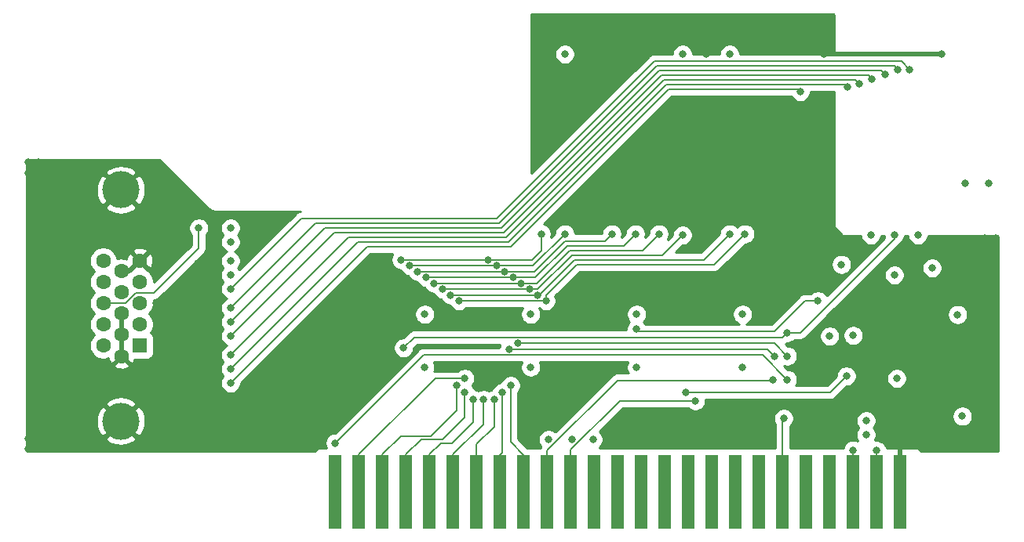
<source format=gbl>
%TF.GenerationSoftware,KiCad,Pcbnew,(5.1.10)-1*%
%TF.CreationDate,2022-12-06T13:34:18-05:00*%
%TF.ProjectId,AppleII-Pico,4170706c-6549-4492-9d50-69636f2e6b69,rev?*%
%TF.SameCoordinates,Original*%
%TF.FileFunction,Copper,L4,Bot*%
%TF.FilePolarity,Positive*%
%FSLAX46Y46*%
G04 Gerber Fmt 4.6, Leading zero omitted, Abs format (unit mm)*
G04 Created by KiCad (PCBNEW (5.1.10)-1) date 2022-12-06 13:34:18*
%MOMM*%
%LPD*%
G01*
G04 APERTURE LIST*
%TA.AperFunction,ComponentPad*%
%ADD10C,4.000000*%
%TD*%
%TA.AperFunction,ComponentPad*%
%ADD11C,1.600000*%
%TD*%
%TA.AperFunction,ComponentPad*%
%ADD12R,1.600000X1.600000*%
%TD*%
%TA.AperFunction,SMDPad,CuDef*%
%ADD13R,1.400000X8.000000*%
%TD*%
%TA.AperFunction,ViaPad*%
%ADD14C,0.800000*%
%TD*%
%TA.AperFunction,Conductor*%
%ADD15C,0.500000*%
%TD*%
%TA.AperFunction,Conductor*%
%ADD16C,0.200000*%
%TD*%
%TA.AperFunction,Conductor*%
%ADD17C,0.254000*%
%TD*%
%TA.AperFunction,Conductor*%
%ADD18C,0.100000*%
%TD*%
G04 APERTURE END LIST*
D10*
%TO.P,J2,0*%
%TO.N,GND*%
X88485000Y-122569000D03*
X88485000Y-97569000D03*
D11*
%TO.P,J2,15*%
%TO.N,Net-(J2-Pad15)*%
X86575000Y-105224000D03*
%TO.P,J2,14*%
%TO.N,VSYNC_OUT*%
X86575000Y-107514000D03*
%TO.P,J2,13*%
%TO.N,HSYNC_OUT*%
X86575000Y-109804000D03*
%TO.P,J2,12*%
%TO.N,Net-(J2-Pad12)*%
X86575000Y-112094000D03*
%TO.P,J2,11*%
%TO.N,Net-(J2-Pad11)*%
X86575000Y-114384000D03*
%TO.P,J2,10*%
%TO.N,GND*%
X88555000Y-106369000D03*
%TO.P,J2,9*%
%TO.N,Net-(J2-Pad9)*%
X88555000Y-108659000D03*
%TO.P,J2,8*%
%TO.N,GND*%
X88555000Y-110949000D03*
%TO.P,J2,7*%
X88555000Y-113239000D03*
%TO.P,J2,6*%
X88555000Y-115529000D03*
%TO.P,J2,5*%
X90535000Y-105224000D03*
%TO.P,J2,4*%
%TO.N,Net-(J2-Pad4)*%
X90535000Y-107514000D03*
%TO.P,J2,3*%
%TO.N,BLUE_OUT*%
X90535000Y-109804000D03*
%TO.P,J2,2*%
%TO.N,GREEN_OUT*%
X90535000Y-112094000D03*
D12*
%TO.P,J2,1*%
%TO.N,RED_OUT*%
X90535000Y-114384000D03*
%TD*%
D13*
%TO.P,J1,26*%
%TO.N,GND*%
X172590000Y-130237500D03*
%TO.P,J1,27*%
%TO.N,Net-(J1-Pad24)*%
X170050000Y-130237500D03*
%TO.P,J1,28*%
%TO.N,Net-(J1-Pad23)*%
X167510000Y-130237500D03*
%TO.P,J1,29*%
%TO.N,nNMI*%
X164970000Y-130237500D03*
%TO.P,J1,30*%
%TO.N,nIRQ*%
X162430000Y-130237500D03*
%TO.P,J1,31*%
%TO.N,nSYSRESET*%
X159890000Y-130237500D03*
%TO.P,J1,32*%
%TO.N,nROMINHIBIT*%
X157350000Y-130237500D03*
%TO.P,J1,33*%
%TO.N,-12V*%
X154810000Y-130237500D03*
%TO.P,J1,34*%
%TO.N,-5V*%
X152270000Y-130237500D03*
%TO.P,J1,35*%
%TO.N,Net-(J1-Pad35)*%
X149730000Y-130237500D03*
%TO.P,J1,36*%
%TO.N,7MHz*%
X147190000Y-130237500D03*
%TO.P,J1,37*%
%TO.N,2MHz*%
X144650000Y-130237500D03*
%TO.P,J1,38*%
%TO.N,PHI1*%
X142110000Y-130237500D03*
%TO.P,J1,39*%
%TO.N,USER1*%
X139570000Y-130237500D03*
%TO.P,J1,40*%
%TO.N,PHI0*%
X137030000Y-130237500D03*
%TO.P,J1,41*%
%TO.N,nDEVSEL*%
X134490000Y-130237500D03*
%TO.P,J1,42*%
%TO.N,D7*%
X131950000Y-130237500D03*
%TO.P,J1,43*%
%TO.N,D6*%
X129410000Y-130237500D03*
%TO.P,J1,44*%
%TO.N,D5*%
X126870000Y-130237500D03*
%TO.P,J1,45*%
%TO.N,D4*%
X124330000Y-130237500D03*
%TO.P,J1,46*%
%TO.N,D3*%
X121790000Y-130237500D03*
%TO.P,J1,47*%
%TO.N,D2*%
X119250000Y-130237500D03*
%TO.P,J1,48*%
%TO.N,D1*%
X116710000Y-130237500D03*
%TO.P,J1,49*%
%TO.N,D0*%
X114170000Y-130237500D03*
%TO.P,J1,50*%
%TO.N,+12V*%
X111630000Y-130237500D03*
%TD*%
D14*
%TO.N,GND*%
X182864000Y-102763500D03*
X182864000Y-103906500D03*
X181721000Y-102763500D03*
X133334000Y-83269000D03*
X175371000Y-125560000D03*
X175371000Y-124417000D03*
X176514000Y-125560000D03*
X78470000Y-94572000D03*
X79613000Y-94572000D03*
X78470000Y-95715000D03*
X108823000Y-124417000D03*
X107680000Y-125560000D03*
X108823000Y-125560000D03*
X176386993Y-120987993D03*
X182864000Y-125560000D03*
X181721000Y-125560000D03*
X182864000Y-124417000D03*
X78470000Y-125560000D03*
X79613000Y-125560000D03*
X78470000Y-124417000D03*
X177022000Y-103271500D03*
X169910000Y-108796000D03*
X164322000Y-102954000D03*
X94218000Y-110447000D03*
X94218000Y-113749000D03*
X98663000Y-104224000D03*
X98663000Y-109304000D03*
X98663000Y-114384000D03*
X98663000Y-119464000D03*
X98663000Y-100668000D03*
X96758000Y-105494000D03*
X92313000Y-109812000D03*
X96758000Y-108288000D03*
X164957000Y-121877000D03*
X132826000Y-124925000D03*
X153400000Y-124925000D03*
X156194000Y-125052000D03*
X155178000Y-120988000D03*
X160893000Y-120734000D03*
X162036000Y-125052000D03*
X177022000Y-82888000D03*
X164322000Y-82888000D03*
X151622000Y-82888000D03*
X138922000Y-82888000D03*
%TO.N,+5V*%
X155559000Y-116738500D03*
X144129000Y-116738500D03*
X121264000Y-116738500D03*
X132699000Y-116738500D03*
X167497000Y-113304500D03*
X179270000Y-122042000D03*
%TO.N,A9*%
X137144000Y-124544000D03*
X168894000Y-122512000D03*
%TO.N,A8*%
X134604000Y-124544000D03*
X172196000Y-117940000D03*
%TO.N,A10*%
X139430000Y-124544000D03*
X168894000Y-124036000D03*
%TO.N,D4*%
X127619000Y-120226000D03*
%TO.N,D0*%
X125587000Y-117940000D03*
%TO.N,D5*%
X128762000Y-120226000D03*
%TO.N,D1*%
X124698000Y-118702000D03*
%TO.N,D6*%
X129616000Y-119464000D03*
%TO.N,D2*%
X125587000Y-119464006D03*
%TO.N,D7*%
X130540000Y-118702000D03*
%TO.N,D3*%
X126476000Y-120226018D03*
%TO.N,Net-(J1-Pad23)*%
X167497000Y-125687000D03*
%TO.N,LD6*%
X154161992Y-102319000D03*
X124063000Y-108923000D03*
X133460998Y-108923000D03*
%TO.N,LD7*%
X134350000Y-109558000D03*
X155813000Y-102319000D03*
X124952000Y-109558000D03*
%TO.N,LD5*%
X149082000Y-102446000D03*
X123174000Y-108288000D03*
X132572000Y-108288000D03*
%TO.N,LD4*%
X146542000Y-102319010D03*
X122285000Y-107653000D03*
X131683000Y-107653000D03*
%TO.N,LD3*%
X144001997Y-102318997D03*
X121396000Y-107018000D03*
X130793998Y-107018000D03*
%TO.N,LD2*%
X141462000Y-102319010D03*
X120507000Y-106383000D03*
X129904998Y-106383000D03*
%TO.N,LD1*%
X136381994Y-102319000D03*
X119618000Y-105748000D03*
X129015998Y-105748000D03*
%TO.N,LD0*%
X133842000Y-102318986D03*
X118729000Y-105113000D03*
X128127000Y-105113000D03*
%TO.N,nSYSRESET*%
X160004014Y-122258000D03*
X164957000Y-113367972D03*
%TO.N,PHI0*%
X150476000Y-120355998D03*
%TO.N,+3V3*%
X144134000Y-111013500D03*
X121274000Y-111013500D03*
X132704000Y-111013500D03*
X155564000Y-111013500D03*
X178765000Y-111047000D03*
X171942000Y-106764000D03*
%TO.N,nIOSEL*%
X111617000Y-124925000D03*
X160385000Y-118067000D03*
%TO.N,nDEVSEL*%
X158861000Y-118067000D03*
%TO.N,R0*%
X100314000Y-118448000D03*
X161782000Y-86952000D03*
%TO.N,R1*%
X100314000Y-116924000D03*
X166862000Y-86444002D03*
%TO.N,R2*%
X100314000Y-115400000D03*
X168132001Y-86062999D03*
%TO.N,G0*%
X100314000Y-113368000D03*
X169529000Y-85555000D03*
%TO.N,G1*%
X100314000Y-111844000D03*
X170926002Y-85047000D03*
%TO.N,G2*%
X100314000Y-110320000D03*
X172323000Y-84539000D03*
%TO.N,B0*%
X100314000Y-108288000D03*
X173593012Y-84539000D03*
%TO.N,B1*%
X100314000Y-106764000D03*
X182102000Y-96858010D03*
%TO.N,B2*%
X100314000Y-105240000D03*
X179562000Y-96857994D03*
%TO.N,HSYNC_OUT*%
X96885000Y-101684000D03*
%TO.N,nDATAOE*%
X130413000Y-114765000D03*
X158988000Y-115527000D03*
X169402000Y-102446000D03*
%TO.N,nMSBOE*%
X144129000Y-112606000D03*
X163687000Y-109558000D03*
X174482000Y-102446000D03*
%TO.N,nLSBOE*%
X118983000Y-114638000D03*
X160385000Y-112987000D03*
X171942000Y-102446000D03*
%TO.N,nDATADIR*%
X160385000Y-115527000D03*
X131302000Y-114130000D03*
X166227000Y-105621000D03*
%TO.N,nCARDSEL*%
X149463000Y-119464000D03*
X166766000Y-117686000D03*
%TO.N,Net-(D1-Pad1)*%
X176006000Y-106002000D03*
X136382000Y-82888000D03*
%TO.N,Net-(R10-Pad1)*%
X100314000Y-101684000D03*
X149082000Y-82888000D03*
%TO.N,Net-(R11-Pad1)*%
X100314002Y-103208000D03*
X154162000Y-82888000D03*
%TO.N,Net-(J1-Pad24)*%
X170037000Y-125737498D03*
%TD*%
D15*
%TO.N,GND*%
X88555000Y-110949000D02*
X88555000Y-113239000D01*
X88555000Y-113239000D02*
X88555000Y-115529000D01*
X176386993Y-121623007D02*
X176386993Y-120987993D01*
X172590000Y-125420000D02*
X176386993Y-121623007D01*
X172590000Y-130237500D02*
X172590000Y-125420000D01*
X89406000Y-106369000D02*
X90535000Y-105240000D01*
X90535000Y-105240000D02*
X90535000Y-105224000D01*
X88555000Y-106369000D02*
X89406000Y-106369000D01*
X177022000Y-82888000D02*
X164322000Y-82888000D01*
D16*
%TO.N,D4*%
X127619000Y-122893000D02*
X127619000Y-120226000D01*
X124330000Y-126182000D02*
X127619000Y-122893000D01*
X124330000Y-130237500D02*
X124330000Y-126182000D01*
%TO.N,D0*%
X122403250Y-117940000D02*
X125587000Y-117940000D01*
X114170000Y-126173250D02*
X122403250Y-117940000D01*
X114170000Y-130237500D02*
X114170000Y-126173250D01*
%TO.N,D5*%
X126870000Y-130237500D02*
X126870000Y-126937500D01*
X128762000Y-123147000D02*
X128762000Y-120226000D01*
X126870000Y-125039000D02*
X128762000Y-123147000D01*
X126870000Y-130237500D02*
X126870000Y-125039000D01*
%TO.N,D1*%
X116710000Y-130237500D02*
X116710000Y-126182000D01*
X116710000Y-126182000D02*
X118729000Y-124163000D01*
X118729000Y-124163000D02*
X121904000Y-124163000D01*
X121904000Y-124163000D02*
X124698000Y-121369000D01*
X124698000Y-121369000D02*
X124698000Y-118702000D01*
%TO.N,D6*%
X129616000Y-126002000D02*
X129616000Y-119464000D01*
X129410000Y-126208000D02*
X129616000Y-126002000D01*
X129410000Y-130237500D02*
X129410000Y-126208000D01*
%TO.N,D2*%
X125587000Y-119464000D02*
X125587000Y-122131000D01*
X125587000Y-122131000D02*
X123174000Y-124544000D01*
X120888000Y-124544000D02*
X119250000Y-126182000D01*
X123174000Y-124544000D02*
X120888000Y-124544000D01*
X119250000Y-126182000D02*
X119250000Y-130237500D01*
%TO.N,D7*%
X131950000Y-130237500D02*
X131950000Y-126208000D01*
X131950000Y-126208000D02*
X130540000Y-124798000D01*
X130540000Y-124798000D02*
X130540000Y-118702000D01*
%TO.N,D3*%
X121790000Y-130237500D02*
X121790000Y-126182000D01*
X121790000Y-126182000D02*
X123047000Y-124925000D01*
X123047000Y-124925000D02*
X124190000Y-124925000D01*
X124190000Y-124925000D02*
X126476000Y-122639000D01*
X126476000Y-122639000D02*
X126476000Y-120226000D01*
%TO.N,Net-(J1-Pad23)*%
X167497000Y-130224500D02*
X167510000Y-130237500D01*
X167497000Y-125687000D02*
X167497000Y-130224500D01*
%TO.N,LD6*%
X124063000Y-108923000D02*
X133460998Y-108923000D01*
X133588000Y-108923000D02*
X133460998Y-108923000D01*
X137398000Y-105113000D02*
X133588000Y-108923000D01*
X151367992Y-105113000D02*
X137398000Y-105113000D01*
X154161992Y-102319000D02*
X151367992Y-105113000D01*
%TO.N,LD7*%
X124952000Y-109558000D02*
X134350000Y-109558000D01*
X152511000Y-105621000D02*
X155813000Y-102319000D01*
X137652000Y-105621000D02*
X152511000Y-105621000D01*
X134350000Y-108923000D02*
X137652000Y-105621000D01*
X134350000Y-109558000D02*
X134350000Y-108923000D01*
%TO.N,LD5*%
X123174000Y-108288000D02*
X132572000Y-108288000D01*
X133461000Y-108288000D02*
X132572000Y-108288000D01*
X137144000Y-104605000D02*
X133461000Y-108288000D01*
X146923000Y-104605000D02*
X137144000Y-104605000D01*
X149082000Y-102446000D02*
X146923000Y-104605000D01*
%TO.N,LD4*%
X122285000Y-107653000D02*
X131683000Y-107653000D01*
X136890000Y-104097000D02*
X133334000Y-107653000D01*
X133334000Y-107653000D02*
X131683000Y-107653000D01*
X144764010Y-104097000D02*
X136890000Y-104097000D01*
X146542000Y-102319010D02*
X144764010Y-104097000D01*
%TO.N,LD3*%
X133207000Y-107018000D02*
X121396000Y-107018000D01*
X136636000Y-103589000D02*
X133207000Y-107018000D01*
X142731994Y-103589000D02*
X136636000Y-103589000D01*
X144001997Y-102318997D02*
X142731994Y-103589000D01*
%TO.N,LD2*%
X133080000Y-106383000D02*
X120507000Y-106383000D01*
X136382000Y-103081000D02*
X133080000Y-106383000D01*
X140700010Y-103081000D02*
X136382000Y-103081000D01*
X141462000Y-102319010D02*
X140700010Y-103081000D01*
%TO.N,LD1*%
X119618000Y-105748000D02*
X129015998Y-105748000D01*
X132952994Y-105748000D02*
X129015998Y-105748000D01*
X136381994Y-102319000D02*
X132952994Y-105748000D01*
%TO.N,LD0*%
X118729000Y-105113000D02*
X128127000Y-105113000D01*
X132826000Y-105113000D02*
X128127000Y-105113000D01*
X133842000Y-104097000D02*
X132826000Y-105113000D01*
X133842000Y-102318986D02*
X133842000Y-104097000D01*
%TO.N,nSYSRESET*%
X159890000Y-130237500D02*
X159890000Y-122372014D01*
X159890000Y-122372014D02*
X160004014Y-122258000D01*
%TO.N,PHI0*%
X142348002Y-120355998D02*
X150476000Y-120355998D01*
X137030000Y-125674000D02*
X142348002Y-120355998D01*
X137030000Y-130237500D02*
X137030000Y-125674000D01*
%TO.N,nIOSEL*%
X157718000Y-115400000D02*
X160385000Y-118067000D01*
X121142000Y-115400000D02*
X157718000Y-115400000D01*
X111617000Y-124925000D02*
X121142000Y-115400000D01*
%TO.N,nDEVSEL*%
X158769000Y-118159000D02*
X158861000Y-118067000D01*
X142059750Y-118159000D02*
X158769000Y-118159000D01*
X134490000Y-125728750D02*
X142059750Y-118159000D01*
X134490000Y-130237500D02*
X134490000Y-125728750D01*
%TO.N,R0*%
X161528000Y-86698000D02*
X161782000Y-86952000D01*
X147558000Y-86698000D02*
X161528000Y-86698000D01*
X130540000Y-103716000D02*
X147558000Y-86698000D01*
X115046000Y-103716000D02*
X130540000Y-103716000D01*
X100314000Y-118448000D02*
X115046000Y-103716000D01*
%TO.N,R1*%
X166607998Y-86190000D02*
X166862000Y-86444002D01*
X147304000Y-86190000D02*
X166607998Y-86190000D01*
X130286000Y-103208000D02*
X147304000Y-86190000D01*
X114030000Y-103208000D02*
X130286000Y-103208000D01*
X100314000Y-116924000D02*
X114030000Y-103208000D01*
%TO.N,R2*%
X147050000Y-85682000D02*
X167751002Y-85682000D01*
X167751002Y-85682000D02*
X168132001Y-86062999D01*
X130032000Y-102700000D02*
X147050000Y-85682000D01*
X113014000Y-102700000D02*
X130032000Y-102700000D01*
X100314000Y-115400000D02*
X113014000Y-102700000D01*
%TO.N,G0*%
X169148000Y-85174000D02*
X169529000Y-85555000D01*
X146796000Y-85174000D02*
X169148000Y-85174000D01*
X129778000Y-102192000D02*
X146796000Y-85174000D01*
X111490000Y-102192000D02*
X129778000Y-102192000D01*
X100314000Y-113368000D02*
X111490000Y-102192000D01*
%TO.N,G1*%
X170545002Y-84666000D02*
X170926002Y-85047000D01*
X129524000Y-101684000D02*
X146542000Y-84666000D01*
X146542000Y-84666000D02*
X170545002Y-84666000D01*
X110474000Y-101684000D02*
X129524000Y-101684000D01*
X100314000Y-111844000D02*
X110474000Y-101684000D01*
%TO.N,G2*%
X100314000Y-110320000D02*
X109458000Y-101176000D01*
X146306999Y-84139001D02*
X171923001Y-84139001D01*
X109458000Y-101176000D02*
X129270000Y-101176000D01*
X129270000Y-101176000D02*
X146306999Y-84139001D01*
X171923001Y-84139001D02*
X172323000Y-84539000D01*
%TO.N,B0*%
X100314000Y-108288000D02*
X107934000Y-100668000D01*
X107934000Y-100668000D02*
X129016000Y-100668000D01*
X129016000Y-100668000D02*
X146034000Y-83650000D01*
X146034000Y-83650000D02*
X172704012Y-83650000D01*
X172704012Y-83650000D02*
X173593012Y-84539000D01*
%TO.N,HSYNC_OUT*%
X96885000Y-103843000D02*
X96885000Y-101684000D01*
X92059000Y-108669000D02*
X96885000Y-103843000D01*
X90090500Y-108669000D02*
X92059000Y-108669000D01*
X88955500Y-109804000D02*
X90090500Y-108669000D01*
X86575000Y-109804000D02*
X88955500Y-109804000D01*
%TO.N,nDATAOE*%
X130413000Y-114765000D02*
X158226000Y-114765000D01*
X158226000Y-114765000D02*
X158988000Y-115527000D01*
%TO.N,nMSBOE*%
X162290000Y-109558000D02*
X163687000Y-109558000D01*
X158988000Y-112860000D02*
X162290000Y-109558000D01*
X144383000Y-112860000D02*
X158988000Y-112860000D01*
X144129000Y-112606000D02*
X144383000Y-112860000D01*
%TO.N,nLSBOE*%
X159877000Y-113495000D02*
X160385000Y-112987000D01*
X120126000Y-113495000D02*
X159877000Y-113495000D01*
X118983000Y-114638000D02*
X120126000Y-113495000D01*
X171942000Y-102827000D02*
X171942000Y-102446000D01*
X161782000Y-112987000D02*
X171942000Y-102827000D01*
X160385000Y-112987000D02*
X161782000Y-112987000D01*
%TO.N,nDATADIR*%
X158988000Y-114130000D02*
X131302000Y-114130000D01*
X160385000Y-115527000D02*
X158988000Y-114130000D01*
%TO.N,nCARDSEL*%
X164988000Y-119464000D02*
X166766000Y-117686000D01*
X149463000Y-119464000D02*
X164988000Y-119464000D01*
X166766000Y-117686000D02*
X166766000Y-117686000D01*
%TO.N,Net-(J1-Pad24)*%
X170050000Y-125750498D02*
X170037000Y-125737498D01*
X170050000Y-130237500D02*
X170050000Y-125750498D01*
%TD*%
D17*
%TO.N,GND*%
X173380000Y-102554538D02*
X173422349Y-102767442D01*
X173505420Y-102967993D01*
X173626021Y-103148484D01*
X173779516Y-103301979D01*
X173960007Y-103422580D01*
X174160558Y-103505651D01*
X174373462Y-103548000D01*
X174590538Y-103548000D01*
X174803442Y-103505651D01*
X175003993Y-103422580D01*
X175184484Y-103301979D01*
X175337979Y-103148484D01*
X175458580Y-102967993D01*
X175541651Y-102767442D01*
X175584000Y-102554538D01*
X175584000Y-102509500D01*
X183077394Y-102509500D01*
X183153001Y-102585107D01*
X183153000Y-125849000D01*
X174823606Y-125849000D01*
X174444803Y-125470197D01*
X174425557Y-125454403D01*
X174403601Y-125442667D01*
X174379776Y-125435440D01*
X174355000Y-125433000D01*
X171100021Y-125433000D01*
X171096651Y-125416056D01*
X171013580Y-125215505D01*
X170892979Y-125035014D01*
X170739484Y-124881519D01*
X170558993Y-124760918D01*
X170358442Y-124677847D01*
X170145538Y-124635498D01*
X169928462Y-124635498D01*
X169801982Y-124660656D01*
X169870580Y-124557993D01*
X169953651Y-124357442D01*
X169996000Y-124144538D01*
X169996000Y-123927462D01*
X169953651Y-123714558D01*
X169870580Y-123514007D01*
X169749979Y-123333516D01*
X169690463Y-123274000D01*
X169749979Y-123214484D01*
X169870580Y-123033993D01*
X169953651Y-122833442D01*
X169996000Y-122620538D01*
X169996000Y-122403462D01*
X169953651Y-122190558D01*
X169870580Y-121990007D01*
X169832798Y-121933462D01*
X178168000Y-121933462D01*
X178168000Y-122150538D01*
X178210349Y-122363442D01*
X178293420Y-122563993D01*
X178414021Y-122744484D01*
X178567516Y-122897979D01*
X178748007Y-123018580D01*
X178948558Y-123101651D01*
X179161462Y-123144000D01*
X179378538Y-123144000D01*
X179591442Y-123101651D01*
X179791993Y-123018580D01*
X179972484Y-122897979D01*
X180125979Y-122744484D01*
X180246580Y-122563993D01*
X180329651Y-122363442D01*
X180372000Y-122150538D01*
X180372000Y-121933462D01*
X180329651Y-121720558D01*
X180246580Y-121520007D01*
X180125979Y-121339516D01*
X179972484Y-121186021D01*
X179791993Y-121065420D01*
X179591442Y-120982349D01*
X179378538Y-120940000D01*
X179161462Y-120940000D01*
X178948558Y-120982349D01*
X178748007Y-121065420D01*
X178567516Y-121186021D01*
X178414021Y-121339516D01*
X178293420Y-121520007D01*
X178210349Y-121720558D01*
X178168000Y-121933462D01*
X169832798Y-121933462D01*
X169749979Y-121809516D01*
X169596484Y-121656021D01*
X169415993Y-121535420D01*
X169215442Y-121452349D01*
X169002538Y-121410000D01*
X168785462Y-121410000D01*
X168572558Y-121452349D01*
X168372007Y-121535420D01*
X168191516Y-121656021D01*
X168038021Y-121809516D01*
X167917420Y-121990007D01*
X167834349Y-122190558D01*
X167792000Y-122403462D01*
X167792000Y-122620538D01*
X167834349Y-122833442D01*
X167917420Y-123033993D01*
X168038021Y-123214484D01*
X168097537Y-123274000D01*
X168038021Y-123333516D01*
X167917420Y-123514007D01*
X167834349Y-123714558D01*
X167792000Y-123927462D01*
X167792000Y-124144538D01*
X167834349Y-124357442D01*
X167917420Y-124557993D01*
X168019492Y-124710753D01*
X168018993Y-124710420D01*
X167818442Y-124627349D01*
X167605538Y-124585000D01*
X167388462Y-124585000D01*
X167175558Y-124627349D01*
X166975007Y-124710420D01*
X166794516Y-124831021D01*
X166641021Y-124984516D01*
X166520420Y-125165007D01*
X166437349Y-125365558D01*
X166423934Y-125433000D01*
X160692000Y-125433000D01*
X160692000Y-123123666D01*
X160706498Y-123113979D01*
X160859993Y-122960484D01*
X160980594Y-122779993D01*
X161063665Y-122579442D01*
X161106014Y-122366538D01*
X161106014Y-122149462D01*
X161063665Y-121936558D01*
X160980594Y-121736007D01*
X160859993Y-121555516D01*
X160706498Y-121402021D01*
X160526007Y-121281420D01*
X160325456Y-121198349D01*
X160112552Y-121156000D01*
X159895476Y-121156000D01*
X159682572Y-121198349D01*
X159482021Y-121281420D01*
X159301530Y-121402021D01*
X159148035Y-121555516D01*
X159027434Y-121736007D01*
X158944363Y-121936558D01*
X158902014Y-122149462D01*
X158902014Y-122366538D01*
X158944363Y-122579442D01*
X159027434Y-122779993D01*
X159088001Y-122870637D01*
X159088001Y-125433000D01*
X140083065Y-125433000D01*
X140132484Y-125399979D01*
X140285979Y-125246484D01*
X140406580Y-125065993D01*
X140489651Y-124865442D01*
X140532000Y-124652538D01*
X140532000Y-124435462D01*
X140489651Y-124222558D01*
X140406580Y-124022007D01*
X140285979Y-123841516D01*
X140141331Y-123696868D01*
X142680201Y-121157998D01*
X149719537Y-121157998D01*
X149773516Y-121211977D01*
X149954007Y-121332578D01*
X150154558Y-121415649D01*
X150367462Y-121457998D01*
X150584538Y-121457998D01*
X150797442Y-121415649D01*
X150997993Y-121332578D01*
X151178484Y-121211977D01*
X151331979Y-121058482D01*
X151452580Y-120877991D01*
X151535651Y-120677440D01*
X151578000Y-120464536D01*
X151578000Y-120266000D01*
X164948614Y-120266000D01*
X164988000Y-120269879D01*
X165027386Y-120266000D01*
X165027394Y-120266000D01*
X165145219Y-120254395D01*
X165296397Y-120208536D01*
X165435723Y-120134065D01*
X165557843Y-120033843D01*
X165582960Y-120003238D01*
X166798199Y-118788000D01*
X166874538Y-118788000D01*
X167087442Y-118745651D01*
X167287993Y-118662580D01*
X167468484Y-118541979D01*
X167621979Y-118388484D01*
X167742580Y-118207993D01*
X167825651Y-118007442D01*
X167860655Y-117831462D01*
X171094000Y-117831462D01*
X171094000Y-118048538D01*
X171136349Y-118261442D01*
X171219420Y-118461993D01*
X171340021Y-118642484D01*
X171493516Y-118795979D01*
X171674007Y-118916580D01*
X171874558Y-118999651D01*
X172087462Y-119042000D01*
X172304538Y-119042000D01*
X172517442Y-118999651D01*
X172717993Y-118916580D01*
X172898484Y-118795979D01*
X173051979Y-118642484D01*
X173172580Y-118461993D01*
X173255651Y-118261442D01*
X173298000Y-118048538D01*
X173298000Y-117831462D01*
X173255651Y-117618558D01*
X173172580Y-117418007D01*
X173051979Y-117237516D01*
X172898484Y-117084021D01*
X172717993Y-116963420D01*
X172517442Y-116880349D01*
X172304538Y-116838000D01*
X172087462Y-116838000D01*
X171874558Y-116880349D01*
X171674007Y-116963420D01*
X171493516Y-117084021D01*
X171340021Y-117237516D01*
X171219420Y-117418007D01*
X171136349Y-117618558D01*
X171094000Y-117831462D01*
X167860655Y-117831462D01*
X167868000Y-117794538D01*
X167868000Y-117577462D01*
X167825651Y-117364558D01*
X167742580Y-117164007D01*
X167621979Y-116983516D01*
X167468484Y-116830021D01*
X167287993Y-116709420D01*
X167087442Y-116626349D01*
X166874538Y-116584000D01*
X166657462Y-116584000D01*
X166444558Y-116626349D01*
X166244007Y-116709420D01*
X166063516Y-116830021D01*
X165910021Y-116983516D01*
X165789420Y-117164007D01*
X165706349Y-117364558D01*
X165664000Y-117577462D01*
X165664000Y-117653801D01*
X164655802Y-118662000D01*
X161312798Y-118662000D01*
X161361580Y-118588993D01*
X161444651Y-118388442D01*
X161487000Y-118175538D01*
X161487000Y-117958462D01*
X161444651Y-117745558D01*
X161361580Y-117545007D01*
X161240979Y-117364516D01*
X161087484Y-117211021D01*
X160906993Y-117090420D01*
X160706442Y-117007349D01*
X160493538Y-116965000D01*
X160417199Y-116965000D01*
X160021378Y-116569180D01*
X160063558Y-116586651D01*
X160276462Y-116629000D01*
X160493538Y-116629000D01*
X160706442Y-116586651D01*
X160906993Y-116503580D01*
X161087484Y-116382979D01*
X161240979Y-116229484D01*
X161361580Y-116048993D01*
X161444651Y-115848442D01*
X161487000Y-115635538D01*
X161487000Y-115418462D01*
X161444651Y-115205558D01*
X161361580Y-115005007D01*
X161240979Y-114824516D01*
X161087484Y-114671021D01*
X160906993Y-114550420D01*
X160706442Y-114467349D01*
X160493538Y-114425000D01*
X160417199Y-114425000D01*
X160215594Y-114223395D01*
X160324723Y-114165065D01*
X160417408Y-114089000D01*
X160493538Y-114089000D01*
X160706442Y-114046651D01*
X160906993Y-113963580D01*
X161087484Y-113842979D01*
X161141463Y-113789000D01*
X161742614Y-113789000D01*
X161782000Y-113792879D01*
X161821386Y-113789000D01*
X161821394Y-113789000D01*
X161939219Y-113777395D01*
X162090397Y-113731536D01*
X162229723Y-113657065D01*
X162351843Y-113556843D01*
X162376960Y-113526238D01*
X162643764Y-113259434D01*
X163855000Y-113259434D01*
X163855000Y-113476510D01*
X163897349Y-113689414D01*
X163980420Y-113889965D01*
X164101021Y-114070456D01*
X164254516Y-114223951D01*
X164435007Y-114344552D01*
X164635558Y-114427623D01*
X164848462Y-114469972D01*
X165065538Y-114469972D01*
X165278442Y-114427623D01*
X165478993Y-114344552D01*
X165659484Y-114223951D01*
X165812979Y-114070456D01*
X165933580Y-113889965D01*
X166016651Y-113689414D01*
X166059000Y-113476510D01*
X166059000Y-113259434D01*
X166046375Y-113195962D01*
X166395000Y-113195962D01*
X166395000Y-113413038D01*
X166437349Y-113625942D01*
X166520420Y-113826493D01*
X166641021Y-114006984D01*
X166794516Y-114160479D01*
X166975007Y-114281080D01*
X167175558Y-114364151D01*
X167388462Y-114406500D01*
X167605538Y-114406500D01*
X167818442Y-114364151D01*
X168018993Y-114281080D01*
X168199484Y-114160479D01*
X168352979Y-114006984D01*
X168473580Y-113826493D01*
X168556651Y-113625942D01*
X168599000Y-113413038D01*
X168599000Y-113195962D01*
X168556651Y-112983058D01*
X168473580Y-112782507D01*
X168352979Y-112602016D01*
X168199484Y-112448521D01*
X168018993Y-112327920D01*
X167818442Y-112244849D01*
X167605538Y-112202500D01*
X167388462Y-112202500D01*
X167175558Y-112244849D01*
X166975007Y-112327920D01*
X166794516Y-112448521D01*
X166641021Y-112602016D01*
X166520420Y-112782507D01*
X166437349Y-112983058D01*
X166395000Y-113195962D01*
X166046375Y-113195962D01*
X166016651Y-113046530D01*
X165933580Y-112845979D01*
X165812979Y-112665488D01*
X165659484Y-112511993D01*
X165478993Y-112391392D01*
X165278442Y-112308321D01*
X165065538Y-112265972D01*
X164848462Y-112265972D01*
X164635558Y-112308321D01*
X164435007Y-112391392D01*
X164254516Y-112511993D01*
X164101021Y-112665488D01*
X163980420Y-112845979D01*
X163897349Y-113046530D01*
X163855000Y-113259434D01*
X162643764Y-113259434D01*
X164964736Y-110938462D01*
X177663000Y-110938462D01*
X177663000Y-111155538D01*
X177705349Y-111368442D01*
X177788420Y-111568993D01*
X177909021Y-111749484D01*
X178062516Y-111902979D01*
X178243007Y-112023580D01*
X178443558Y-112106651D01*
X178656462Y-112149000D01*
X178873538Y-112149000D01*
X179086442Y-112106651D01*
X179286993Y-112023580D01*
X179467484Y-111902979D01*
X179620979Y-111749484D01*
X179741580Y-111568993D01*
X179824651Y-111368442D01*
X179867000Y-111155538D01*
X179867000Y-110938462D01*
X179824651Y-110725558D01*
X179741580Y-110525007D01*
X179620979Y-110344516D01*
X179467484Y-110191021D01*
X179286993Y-110070420D01*
X179086442Y-109987349D01*
X178873538Y-109945000D01*
X178656462Y-109945000D01*
X178443558Y-109987349D01*
X178243007Y-110070420D01*
X178062516Y-110191021D01*
X177909021Y-110344516D01*
X177788420Y-110525007D01*
X177705349Y-110725558D01*
X177663000Y-110938462D01*
X164964736Y-110938462D01*
X169247736Y-106655462D01*
X170840000Y-106655462D01*
X170840000Y-106872538D01*
X170882349Y-107085442D01*
X170965420Y-107285993D01*
X171086021Y-107466484D01*
X171239516Y-107619979D01*
X171420007Y-107740580D01*
X171620558Y-107823651D01*
X171833462Y-107866000D01*
X172050538Y-107866000D01*
X172263442Y-107823651D01*
X172463993Y-107740580D01*
X172644484Y-107619979D01*
X172797979Y-107466484D01*
X172918580Y-107285993D01*
X173001651Y-107085442D01*
X173044000Y-106872538D01*
X173044000Y-106655462D01*
X173001651Y-106442558D01*
X172918580Y-106242007D01*
X172797979Y-106061516D01*
X172644484Y-105908021D01*
X172622696Y-105893462D01*
X174904000Y-105893462D01*
X174904000Y-106110538D01*
X174946349Y-106323442D01*
X175029420Y-106523993D01*
X175150021Y-106704484D01*
X175303516Y-106857979D01*
X175484007Y-106978580D01*
X175684558Y-107061651D01*
X175897462Y-107104000D01*
X176114538Y-107104000D01*
X176327442Y-107061651D01*
X176527993Y-106978580D01*
X176708484Y-106857979D01*
X176861979Y-106704484D01*
X176982580Y-106523993D01*
X177065651Y-106323442D01*
X177108000Y-106110538D01*
X177108000Y-105893462D01*
X177065651Y-105680558D01*
X176982580Y-105480007D01*
X176861979Y-105299516D01*
X176708484Y-105146021D01*
X176527993Y-105025420D01*
X176327442Y-104942349D01*
X176114538Y-104900000D01*
X175897462Y-104900000D01*
X175684558Y-104942349D01*
X175484007Y-105025420D01*
X175303516Y-105146021D01*
X175150021Y-105299516D01*
X175029420Y-105480007D01*
X174946349Y-105680558D01*
X174904000Y-105893462D01*
X172622696Y-105893462D01*
X172463993Y-105787420D01*
X172263442Y-105704349D01*
X172050538Y-105662000D01*
X171833462Y-105662000D01*
X171620558Y-105704349D01*
X171420007Y-105787420D01*
X171239516Y-105908021D01*
X171086021Y-106061516D01*
X170965420Y-106242007D01*
X170882349Y-106442558D01*
X170840000Y-106655462D01*
X169247736Y-106655462D01*
X172481244Y-103421955D01*
X172511843Y-103396843D01*
X172523174Y-103383036D01*
X172644484Y-103301979D01*
X172797979Y-103148484D01*
X172918580Y-102967993D01*
X173001651Y-102767442D01*
X173044000Y-102554538D01*
X173044000Y-102509500D01*
X173380000Y-102509500D01*
X173380000Y-102554538D01*
%TA.AperFunction,Conductor*%
D18*
G36*
X173380000Y-102554538D02*
G01*
X173422349Y-102767442D01*
X173505420Y-102967993D01*
X173626021Y-103148484D01*
X173779516Y-103301979D01*
X173960007Y-103422580D01*
X174160558Y-103505651D01*
X174373462Y-103548000D01*
X174590538Y-103548000D01*
X174803442Y-103505651D01*
X175003993Y-103422580D01*
X175184484Y-103301979D01*
X175337979Y-103148484D01*
X175458580Y-102967993D01*
X175541651Y-102767442D01*
X175584000Y-102554538D01*
X175584000Y-102509500D01*
X183077394Y-102509500D01*
X183153001Y-102585107D01*
X183153000Y-125849000D01*
X174823606Y-125849000D01*
X174444803Y-125470197D01*
X174425557Y-125454403D01*
X174403601Y-125442667D01*
X174379776Y-125435440D01*
X174355000Y-125433000D01*
X171100021Y-125433000D01*
X171096651Y-125416056D01*
X171013580Y-125215505D01*
X170892979Y-125035014D01*
X170739484Y-124881519D01*
X170558993Y-124760918D01*
X170358442Y-124677847D01*
X170145538Y-124635498D01*
X169928462Y-124635498D01*
X169801982Y-124660656D01*
X169870580Y-124557993D01*
X169953651Y-124357442D01*
X169996000Y-124144538D01*
X169996000Y-123927462D01*
X169953651Y-123714558D01*
X169870580Y-123514007D01*
X169749979Y-123333516D01*
X169690463Y-123274000D01*
X169749979Y-123214484D01*
X169870580Y-123033993D01*
X169953651Y-122833442D01*
X169996000Y-122620538D01*
X169996000Y-122403462D01*
X169953651Y-122190558D01*
X169870580Y-121990007D01*
X169832798Y-121933462D01*
X178168000Y-121933462D01*
X178168000Y-122150538D01*
X178210349Y-122363442D01*
X178293420Y-122563993D01*
X178414021Y-122744484D01*
X178567516Y-122897979D01*
X178748007Y-123018580D01*
X178948558Y-123101651D01*
X179161462Y-123144000D01*
X179378538Y-123144000D01*
X179591442Y-123101651D01*
X179791993Y-123018580D01*
X179972484Y-122897979D01*
X180125979Y-122744484D01*
X180246580Y-122563993D01*
X180329651Y-122363442D01*
X180372000Y-122150538D01*
X180372000Y-121933462D01*
X180329651Y-121720558D01*
X180246580Y-121520007D01*
X180125979Y-121339516D01*
X179972484Y-121186021D01*
X179791993Y-121065420D01*
X179591442Y-120982349D01*
X179378538Y-120940000D01*
X179161462Y-120940000D01*
X178948558Y-120982349D01*
X178748007Y-121065420D01*
X178567516Y-121186021D01*
X178414021Y-121339516D01*
X178293420Y-121520007D01*
X178210349Y-121720558D01*
X178168000Y-121933462D01*
X169832798Y-121933462D01*
X169749979Y-121809516D01*
X169596484Y-121656021D01*
X169415993Y-121535420D01*
X169215442Y-121452349D01*
X169002538Y-121410000D01*
X168785462Y-121410000D01*
X168572558Y-121452349D01*
X168372007Y-121535420D01*
X168191516Y-121656021D01*
X168038021Y-121809516D01*
X167917420Y-121990007D01*
X167834349Y-122190558D01*
X167792000Y-122403462D01*
X167792000Y-122620538D01*
X167834349Y-122833442D01*
X167917420Y-123033993D01*
X168038021Y-123214484D01*
X168097537Y-123274000D01*
X168038021Y-123333516D01*
X167917420Y-123514007D01*
X167834349Y-123714558D01*
X167792000Y-123927462D01*
X167792000Y-124144538D01*
X167834349Y-124357442D01*
X167917420Y-124557993D01*
X168019492Y-124710753D01*
X168018993Y-124710420D01*
X167818442Y-124627349D01*
X167605538Y-124585000D01*
X167388462Y-124585000D01*
X167175558Y-124627349D01*
X166975007Y-124710420D01*
X166794516Y-124831021D01*
X166641021Y-124984516D01*
X166520420Y-125165007D01*
X166437349Y-125365558D01*
X166423934Y-125433000D01*
X160692000Y-125433000D01*
X160692000Y-123123666D01*
X160706498Y-123113979D01*
X160859993Y-122960484D01*
X160980594Y-122779993D01*
X161063665Y-122579442D01*
X161106014Y-122366538D01*
X161106014Y-122149462D01*
X161063665Y-121936558D01*
X160980594Y-121736007D01*
X160859993Y-121555516D01*
X160706498Y-121402021D01*
X160526007Y-121281420D01*
X160325456Y-121198349D01*
X160112552Y-121156000D01*
X159895476Y-121156000D01*
X159682572Y-121198349D01*
X159482021Y-121281420D01*
X159301530Y-121402021D01*
X159148035Y-121555516D01*
X159027434Y-121736007D01*
X158944363Y-121936558D01*
X158902014Y-122149462D01*
X158902014Y-122366538D01*
X158944363Y-122579442D01*
X159027434Y-122779993D01*
X159088001Y-122870637D01*
X159088001Y-125433000D01*
X140083065Y-125433000D01*
X140132484Y-125399979D01*
X140285979Y-125246484D01*
X140406580Y-125065993D01*
X140489651Y-124865442D01*
X140532000Y-124652538D01*
X140532000Y-124435462D01*
X140489651Y-124222558D01*
X140406580Y-124022007D01*
X140285979Y-123841516D01*
X140141331Y-123696868D01*
X142680201Y-121157998D01*
X149719537Y-121157998D01*
X149773516Y-121211977D01*
X149954007Y-121332578D01*
X150154558Y-121415649D01*
X150367462Y-121457998D01*
X150584538Y-121457998D01*
X150797442Y-121415649D01*
X150997993Y-121332578D01*
X151178484Y-121211977D01*
X151331979Y-121058482D01*
X151452580Y-120877991D01*
X151535651Y-120677440D01*
X151578000Y-120464536D01*
X151578000Y-120266000D01*
X164948614Y-120266000D01*
X164988000Y-120269879D01*
X165027386Y-120266000D01*
X165027394Y-120266000D01*
X165145219Y-120254395D01*
X165296397Y-120208536D01*
X165435723Y-120134065D01*
X165557843Y-120033843D01*
X165582960Y-120003238D01*
X166798199Y-118788000D01*
X166874538Y-118788000D01*
X167087442Y-118745651D01*
X167287993Y-118662580D01*
X167468484Y-118541979D01*
X167621979Y-118388484D01*
X167742580Y-118207993D01*
X167825651Y-118007442D01*
X167860655Y-117831462D01*
X171094000Y-117831462D01*
X171094000Y-118048538D01*
X171136349Y-118261442D01*
X171219420Y-118461993D01*
X171340021Y-118642484D01*
X171493516Y-118795979D01*
X171674007Y-118916580D01*
X171874558Y-118999651D01*
X172087462Y-119042000D01*
X172304538Y-119042000D01*
X172517442Y-118999651D01*
X172717993Y-118916580D01*
X172898484Y-118795979D01*
X173051979Y-118642484D01*
X173172580Y-118461993D01*
X173255651Y-118261442D01*
X173298000Y-118048538D01*
X173298000Y-117831462D01*
X173255651Y-117618558D01*
X173172580Y-117418007D01*
X173051979Y-117237516D01*
X172898484Y-117084021D01*
X172717993Y-116963420D01*
X172517442Y-116880349D01*
X172304538Y-116838000D01*
X172087462Y-116838000D01*
X171874558Y-116880349D01*
X171674007Y-116963420D01*
X171493516Y-117084021D01*
X171340021Y-117237516D01*
X171219420Y-117418007D01*
X171136349Y-117618558D01*
X171094000Y-117831462D01*
X167860655Y-117831462D01*
X167868000Y-117794538D01*
X167868000Y-117577462D01*
X167825651Y-117364558D01*
X167742580Y-117164007D01*
X167621979Y-116983516D01*
X167468484Y-116830021D01*
X167287993Y-116709420D01*
X167087442Y-116626349D01*
X166874538Y-116584000D01*
X166657462Y-116584000D01*
X166444558Y-116626349D01*
X166244007Y-116709420D01*
X166063516Y-116830021D01*
X165910021Y-116983516D01*
X165789420Y-117164007D01*
X165706349Y-117364558D01*
X165664000Y-117577462D01*
X165664000Y-117653801D01*
X164655802Y-118662000D01*
X161312798Y-118662000D01*
X161361580Y-118588993D01*
X161444651Y-118388442D01*
X161487000Y-118175538D01*
X161487000Y-117958462D01*
X161444651Y-117745558D01*
X161361580Y-117545007D01*
X161240979Y-117364516D01*
X161087484Y-117211021D01*
X160906993Y-117090420D01*
X160706442Y-117007349D01*
X160493538Y-116965000D01*
X160417199Y-116965000D01*
X160021378Y-116569180D01*
X160063558Y-116586651D01*
X160276462Y-116629000D01*
X160493538Y-116629000D01*
X160706442Y-116586651D01*
X160906993Y-116503580D01*
X161087484Y-116382979D01*
X161240979Y-116229484D01*
X161361580Y-116048993D01*
X161444651Y-115848442D01*
X161487000Y-115635538D01*
X161487000Y-115418462D01*
X161444651Y-115205558D01*
X161361580Y-115005007D01*
X161240979Y-114824516D01*
X161087484Y-114671021D01*
X160906993Y-114550420D01*
X160706442Y-114467349D01*
X160493538Y-114425000D01*
X160417199Y-114425000D01*
X160215594Y-114223395D01*
X160324723Y-114165065D01*
X160417408Y-114089000D01*
X160493538Y-114089000D01*
X160706442Y-114046651D01*
X160906993Y-113963580D01*
X161087484Y-113842979D01*
X161141463Y-113789000D01*
X161742614Y-113789000D01*
X161782000Y-113792879D01*
X161821386Y-113789000D01*
X161821394Y-113789000D01*
X161939219Y-113777395D01*
X162090397Y-113731536D01*
X162229723Y-113657065D01*
X162351843Y-113556843D01*
X162376960Y-113526238D01*
X162643764Y-113259434D01*
X163855000Y-113259434D01*
X163855000Y-113476510D01*
X163897349Y-113689414D01*
X163980420Y-113889965D01*
X164101021Y-114070456D01*
X164254516Y-114223951D01*
X164435007Y-114344552D01*
X164635558Y-114427623D01*
X164848462Y-114469972D01*
X165065538Y-114469972D01*
X165278442Y-114427623D01*
X165478993Y-114344552D01*
X165659484Y-114223951D01*
X165812979Y-114070456D01*
X165933580Y-113889965D01*
X166016651Y-113689414D01*
X166059000Y-113476510D01*
X166059000Y-113259434D01*
X166046375Y-113195962D01*
X166395000Y-113195962D01*
X166395000Y-113413038D01*
X166437349Y-113625942D01*
X166520420Y-113826493D01*
X166641021Y-114006984D01*
X166794516Y-114160479D01*
X166975007Y-114281080D01*
X167175558Y-114364151D01*
X167388462Y-114406500D01*
X167605538Y-114406500D01*
X167818442Y-114364151D01*
X168018993Y-114281080D01*
X168199484Y-114160479D01*
X168352979Y-114006984D01*
X168473580Y-113826493D01*
X168556651Y-113625942D01*
X168599000Y-113413038D01*
X168599000Y-113195962D01*
X168556651Y-112983058D01*
X168473580Y-112782507D01*
X168352979Y-112602016D01*
X168199484Y-112448521D01*
X168018993Y-112327920D01*
X167818442Y-112244849D01*
X167605538Y-112202500D01*
X167388462Y-112202500D01*
X167175558Y-112244849D01*
X166975007Y-112327920D01*
X166794516Y-112448521D01*
X166641021Y-112602016D01*
X166520420Y-112782507D01*
X166437349Y-112983058D01*
X166395000Y-113195962D01*
X166046375Y-113195962D01*
X166016651Y-113046530D01*
X165933580Y-112845979D01*
X165812979Y-112665488D01*
X165659484Y-112511993D01*
X165478993Y-112391392D01*
X165278442Y-112308321D01*
X165065538Y-112265972D01*
X164848462Y-112265972D01*
X164635558Y-112308321D01*
X164435007Y-112391392D01*
X164254516Y-112511993D01*
X164101021Y-112665488D01*
X163980420Y-112845979D01*
X163897349Y-113046530D01*
X163855000Y-113259434D01*
X162643764Y-113259434D01*
X164964736Y-110938462D01*
X177663000Y-110938462D01*
X177663000Y-111155538D01*
X177705349Y-111368442D01*
X177788420Y-111568993D01*
X177909021Y-111749484D01*
X178062516Y-111902979D01*
X178243007Y-112023580D01*
X178443558Y-112106651D01*
X178656462Y-112149000D01*
X178873538Y-112149000D01*
X179086442Y-112106651D01*
X179286993Y-112023580D01*
X179467484Y-111902979D01*
X179620979Y-111749484D01*
X179741580Y-111568993D01*
X179824651Y-111368442D01*
X179867000Y-111155538D01*
X179867000Y-110938462D01*
X179824651Y-110725558D01*
X179741580Y-110525007D01*
X179620979Y-110344516D01*
X179467484Y-110191021D01*
X179286993Y-110070420D01*
X179086442Y-109987349D01*
X178873538Y-109945000D01*
X178656462Y-109945000D01*
X178443558Y-109987349D01*
X178243007Y-110070420D01*
X178062516Y-110191021D01*
X177909021Y-110344516D01*
X177788420Y-110525007D01*
X177705349Y-110725558D01*
X177663000Y-110938462D01*
X164964736Y-110938462D01*
X169247736Y-106655462D01*
X170840000Y-106655462D01*
X170840000Y-106872538D01*
X170882349Y-107085442D01*
X170965420Y-107285993D01*
X171086021Y-107466484D01*
X171239516Y-107619979D01*
X171420007Y-107740580D01*
X171620558Y-107823651D01*
X171833462Y-107866000D01*
X172050538Y-107866000D01*
X172263442Y-107823651D01*
X172463993Y-107740580D01*
X172644484Y-107619979D01*
X172797979Y-107466484D01*
X172918580Y-107285993D01*
X173001651Y-107085442D01*
X173044000Y-106872538D01*
X173044000Y-106655462D01*
X173001651Y-106442558D01*
X172918580Y-106242007D01*
X172797979Y-106061516D01*
X172644484Y-105908021D01*
X172622696Y-105893462D01*
X174904000Y-105893462D01*
X174904000Y-106110538D01*
X174946349Y-106323442D01*
X175029420Y-106523993D01*
X175150021Y-106704484D01*
X175303516Y-106857979D01*
X175484007Y-106978580D01*
X175684558Y-107061651D01*
X175897462Y-107104000D01*
X176114538Y-107104000D01*
X176327442Y-107061651D01*
X176527993Y-106978580D01*
X176708484Y-106857979D01*
X176861979Y-106704484D01*
X176982580Y-106523993D01*
X177065651Y-106323442D01*
X177108000Y-106110538D01*
X177108000Y-105893462D01*
X177065651Y-105680558D01*
X176982580Y-105480007D01*
X176861979Y-105299516D01*
X176708484Y-105146021D01*
X176527993Y-105025420D01*
X176327442Y-104942349D01*
X176114538Y-104900000D01*
X175897462Y-104900000D01*
X175684558Y-104942349D01*
X175484007Y-105025420D01*
X175303516Y-105146021D01*
X175150021Y-105299516D01*
X175029420Y-105480007D01*
X174946349Y-105680558D01*
X174904000Y-105893462D01*
X172622696Y-105893462D01*
X172463993Y-105787420D01*
X172263442Y-105704349D01*
X172050538Y-105662000D01*
X171833462Y-105662000D01*
X171620558Y-105704349D01*
X171420007Y-105787420D01*
X171239516Y-105908021D01*
X171086021Y-106061516D01*
X170965420Y-106242007D01*
X170882349Y-106442558D01*
X170840000Y-106655462D01*
X169247736Y-106655462D01*
X172481244Y-103421955D01*
X172511843Y-103396843D01*
X172523174Y-103383036D01*
X172644484Y-103301979D01*
X172797979Y-103148484D01*
X172918580Y-102967993D01*
X173001651Y-102767442D01*
X173044000Y-102554538D01*
X173044000Y-102509500D01*
X173380000Y-102509500D01*
X173380000Y-102554538D01*
G37*
%TD.AperFunction*%
D17*
X165465000Y-101632500D02*
X165467440Y-101657276D01*
X165474667Y-101681101D01*
X165486403Y-101703057D01*
X165502197Y-101722303D01*
X166252197Y-102472303D01*
X166271443Y-102488097D01*
X166293399Y-102499833D01*
X166317224Y-102507060D01*
X166342000Y-102509500D01*
X168300000Y-102509500D01*
X168300000Y-102554538D01*
X168342349Y-102767442D01*
X168425420Y-102967993D01*
X168546021Y-103148484D01*
X168699516Y-103301979D01*
X168880007Y-103422580D01*
X169080558Y-103505651D01*
X169293462Y-103548000D01*
X169510538Y-103548000D01*
X169723442Y-103505651D01*
X169923993Y-103422580D01*
X170104484Y-103301979D01*
X170257979Y-103148484D01*
X170378580Y-102967993D01*
X170461651Y-102767442D01*
X170504000Y-102554538D01*
X170504000Y-102509500D01*
X170840000Y-102509500D01*
X170840000Y-102554538D01*
X170879862Y-102754939D01*
X164637631Y-108997171D01*
X164542979Y-108855516D01*
X164389484Y-108702021D01*
X164208993Y-108581420D01*
X164008442Y-108498349D01*
X163795538Y-108456000D01*
X163578462Y-108456000D01*
X163365558Y-108498349D01*
X163165007Y-108581420D01*
X162984516Y-108702021D01*
X162930537Y-108756000D01*
X162329385Y-108756000D01*
X162289999Y-108752121D01*
X162250613Y-108756000D01*
X162250606Y-108756000D01*
X162151300Y-108765781D01*
X162132780Y-108767605D01*
X162097595Y-108778279D01*
X161981603Y-108813464D01*
X161842277Y-108887935D01*
X161842275Y-108887936D01*
X161842276Y-108887936D01*
X161750755Y-108963045D01*
X161750751Y-108963049D01*
X161720157Y-108988157D01*
X161695049Y-109018751D01*
X158655802Y-112058000D01*
X155922020Y-112058000D01*
X156085993Y-111990080D01*
X156266484Y-111869479D01*
X156419979Y-111715984D01*
X156540580Y-111535493D01*
X156623651Y-111334942D01*
X156666000Y-111122038D01*
X156666000Y-110904962D01*
X156623651Y-110692058D01*
X156540580Y-110491507D01*
X156419979Y-110311016D01*
X156266484Y-110157521D01*
X156085993Y-110036920D01*
X155885442Y-109953849D01*
X155672538Y-109911500D01*
X155455462Y-109911500D01*
X155242558Y-109953849D01*
X155042007Y-110036920D01*
X154861516Y-110157521D01*
X154708021Y-110311016D01*
X154587420Y-110491507D01*
X154504349Y-110692058D01*
X154462000Y-110904962D01*
X154462000Y-111122038D01*
X154504349Y-111334942D01*
X154587420Y-111535493D01*
X154708021Y-111715984D01*
X154861516Y-111869479D01*
X155042007Y-111990080D01*
X155205980Y-112058000D01*
X145088203Y-112058000D01*
X144984979Y-111903516D01*
X144893713Y-111812250D01*
X144989979Y-111715984D01*
X145110580Y-111535493D01*
X145193651Y-111334942D01*
X145236000Y-111122038D01*
X145236000Y-110904962D01*
X145193651Y-110692058D01*
X145110580Y-110491507D01*
X144989979Y-110311016D01*
X144836484Y-110157521D01*
X144655993Y-110036920D01*
X144455442Y-109953849D01*
X144242538Y-109911500D01*
X144025462Y-109911500D01*
X143812558Y-109953849D01*
X143612007Y-110036920D01*
X143431516Y-110157521D01*
X143278021Y-110311016D01*
X143157420Y-110491507D01*
X143074349Y-110692058D01*
X143032000Y-110904962D01*
X143032000Y-111122038D01*
X143074349Y-111334942D01*
X143157420Y-111535493D01*
X143278021Y-111715984D01*
X143369287Y-111807250D01*
X143273021Y-111903516D01*
X143152420Y-112084007D01*
X143069349Y-112284558D01*
X143027000Y-112497462D01*
X143027000Y-112693000D01*
X120165385Y-112693000D01*
X120125999Y-112689121D01*
X120086613Y-112693000D01*
X120086606Y-112693000D01*
X119987310Y-112702780D01*
X119968780Y-112704605D01*
X119936036Y-112714538D01*
X119817603Y-112750464D01*
X119678277Y-112824935D01*
X119556157Y-112925157D01*
X119531044Y-112955757D01*
X118950802Y-113536000D01*
X118874462Y-113536000D01*
X118661558Y-113578349D01*
X118461007Y-113661420D01*
X118280516Y-113782021D01*
X118127021Y-113935516D01*
X118006420Y-114116007D01*
X117923349Y-114316558D01*
X117881000Y-114529462D01*
X117881000Y-114746538D01*
X117923349Y-114959442D01*
X118006420Y-115159993D01*
X118127021Y-115340484D01*
X118280516Y-115493979D01*
X118461007Y-115614580D01*
X118661558Y-115697651D01*
X118874462Y-115740000D01*
X119091538Y-115740000D01*
X119304442Y-115697651D01*
X119504993Y-115614580D01*
X119685484Y-115493979D01*
X119838979Y-115340484D01*
X119959580Y-115159993D01*
X120042651Y-114959442D01*
X120085000Y-114746538D01*
X120085000Y-114670198D01*
X120458199Y-114297000D01*
X129414055Y-114297000D01*
X129353349Y-114443558D01*
X129322629Y-114598000D01*
X121181385Y-114598000D01*
X121141999Y-114594121D01*
X121102613Y-114598000D01*
X121102606Y-114598000D01*
X121003300Y-114607781D01*
X120984780Y-114609605D01*
X120949595Y-114620279D01*
X120833603Y-114655464D01*
X120694277Y-114729935D01*
X120694275Y-114729936D01*
X120694276Y-114729936D01*
X120602755Y-114805045D01*
X120602751Y-114805049D01*
X120572157Y-114830157D01*
X120547049Y-114860751D01*
X111584802Y-123823000D01*
X111508462Y-123823000D01*
X111295558Y-123865349D01*
X111095007Y-123948420D01*
X110914516Y-124069021D01*
X110761021Y-124222516D01*
X110640420Y-124403007D01*
X110557349Y-124603558D01*
X110515000Y-124816462D01*
X110515000Y-125033538D01*
X110557349Y-125246442D01*
X110634624Y-125433000D01*
X109839000Y-125433000D01*
X109814224Y-125435440D01*
X109790399Y-125442667D01*
X109768443Y-125454403D01*
X109749197Y-125470197D01*
X109370394Y-125849000D01*
X78308000Y-125849000D01*
X78308000Y-124416499D01*
X86817106Y-124416499D01*
X87033228Y-124783258D01*
X87493105Y-125023938D01*
X87991098Y-125170275D01*
X88508071Y-125216648D01*
X89024159Y-125161273D01*
X89519526Y-125006279D01*
X89936772Y-124783258D01*
X90152894Y-124416499D01*
X88485000Y-122748605D01*
X86817106Y-124416499D01*
X78308000Y-124416499D01*
X78308000Y-122592071D01*
X85837352Y-122592071D01*
X85892727Y-123108159D01*
X86047721Y-123603526D01*
X86270742Y-124020772D01*
X86637501Y-124236894D01*
X88305395Y-122569000D01*
X88664605Y-122569000D01*
X90332499Y-124236894D01*
X90699258Y-124020772D01*
X90939938Y-123560895D01*
X91086275Y-123062902D01*
X91132648Y-122545929D01*
X91077273Y-122029841D01*
X90922279Y-121534474D01*
X90699258Y-121117228D01*
X90332499Y-120901106D01*
X88664605Y-122569000D01*
X88305395Y-122569000D01*
X86637501Y-120901106D01*
X86270742Y-121117228D01*
X86030062Y-121577105D01*
X85883725Y-122075098D01*
X85837352Y-122592071D01*
X78308000Y-122592071D01*
X78308000Y-120721501D01*
X86817106Y-120721501D01*
X88485000Y-122389395D01*
X90152894Y-120721501D01*
X89936772Y-120354742D01*
X89476895Y-120114062D01*
X88978902Y-119967725D01*
X88461929Y-119921352D01*
X87945841Y-119976727D01*
X87450474Y-120131721D01*
X87033228Y-120354742D01*
X86817106Y-120721501D01*
X78308000Y-120721501D01*
X78308000Y-116521702D01*
X87741903Y-116521702D01*
X87813486Y-116765671D01*
X88068996Y-116886571D01*
X88343184Y-116955300D01*
X88625512Y-116969217D01*
X88905130Y-116927787D01*
X89171292Y-116832603D01*
X89296514Y-116765671D01*
X89368097Y-116521702D01*
X88555000Y-115708605D01*
X87741903Y-116521702D01*
X78308000Y-116521702D01*
X78308000Y-105076066D01*
X85073000Y-105076066D01*
X85073000Y-105371934D01*
X85130721Y-105662117D01*
X85243944Y-105935464D01*
X85408320Y-106181469D01*
X85595851Y-106369000D01*
X85408320Y-106556531D01*
X85243944Y-106802536D01*
X85130721Y-107075883D01*
X85073000Y-107366066D01*
X85073000Y-107661934D01*
X85130721Y-107952117D01*
X85243944Y-108225464D01*
X85408320Y-108471469D01*
X85595851Y-108659000D01*
X85408320Y-108846531D01*
X85243944Y-109092536D01*
X85130721Y-109365883D01*
X85073000Y-109656066D01*
X85073000Y-109951934D01*
X85130721Y-110242117D01*
X85243944Y-110515464D01*
X85408320Y-110761469D01*
X85595851Y-110949000D01*
X85408320Y-111136531D01*
X85243944Y-111382536D01*
X85130721Y-111655883D01*
X85073000Y-111946066D01*
X85073000Y-112241934D01*
X85130721Y-112532117D01*
X85243944Y-112805464D01*
X85408320Y-113051469D01*
X85595851Y-113239000D01*
X85408320Y-113426531D01*
X85243944Y-113672536D01*
X85130721Y-113945883D01*
X85073000Y-114236066D01*
X85073000Y-114531934D01*
X85130721Y-114822117D01*
X85243944Y-115095464D01*
X85408320Y-115341469D01*
X85617531Y-115550680D01*
X85863536Y-115715056D01*
X86136883Y-115828279D01*
X86427066Y-115886000D01*
X86722934Y-115886000D01*
X87013117Y-115828279D01*
X87140840Y-115775375D01*
X87156213Y-115879130D01*
X87251397Y-116145292D01*
X87318329Y-116270514D01*
X87562298Y-116342097D01*
X88375395Y-115529000D01*
X88361253Y-115514858D01*
X88540858Y-115335253D01*
X88555000Y-115349395D01*
X88569143Y-115335253D01*
X88748748Y-115514858D01*
X88734605Y-115529000D01*
X89547702Y-116342097D01*
X89791671Y-116270514D01*
X89912571Y-116015004D01*
X89944056Y-115889396D01*
X91335000Y-115889396D01*
X91472616Y-115875842D01*
X91604943Y-115835701D01*
X91726897Y-115770515D01*
X91833790Y-115682790D01*
X91921515Y-115575897D01*
X91986701Y-115453943D01*
X92026842Y-115321616D01*
X92040396Y-115184000D01*
X92040396Y-113584000D01*
X92026842Y-113446384D01*
X91986701Y-113314057D01*
X91921515Y-113192103D01*
X91833790Y-113085210D01*
X91733907Y-113003238D01*
X91866056Y-112805464D01*
X91979279Y-112532117D01*
X92037000Y-112241934D01*
X92037000Y-111946066D01*
X91979279Y-111655883D01*
X91866056Y-111382536D01*
X91701680Y-111136531D01*
X91514149Y-110949000D01*
X91701680Y-110761469D01*
X91866056Y-110515464D01*
X91979279Y-110242117D01*
X92037000Y-109951934D01*
X92037000Y-109656066D01*
X92000188Y-109471000D01*
X92019614Y-109471000D01*
X92059000Y-109474879D01*
X92098386Y-109471000D01*
X92098394Y-109471000D01*
X92216219Y-109459395D01*
X92367397Y-109413536D01*
X92506723Y-109339065D01*
X92628843Y-109238843D01*
X92653960Y-109208238D01*
X97424244Y-104437955D01*
X97454843Y-104412843D01*
X97555065Y-104290723D01*
X97629536Y-104151397D01*
X97646037Y-104097000D01*
X97675395Y-104000220D01*
X97680091Y-103952536D01*
X97687000Y-103882394D01*
X97687000Y-103882386D01*
X97690879Y-103843000D01*
X97687000Y-103803614D01*
X97687000Y-102440463D01*
X97740979Y-102386484D01*
X97861580Y-102205993D01*
X97944651Y-102005442D01*
X97987000Y-101792538D01*
X97987000Y-101575462D01*
X97944651Y-101362558D01*
X97861580Y-101162007D01*
X97740979Y-100981516D01*
X97587484Y-100828021D01*
X97406993Y-100707420D01*
X97206442Y-100624349D01*
X96993538Y-100582000D01*
X96776462Y-100582000D01*
X96563558Y-100624349D01*
X96363007Y-100707420D01*
X96182516Y-100828021D01*
X96029021Y-100981516D01*
X95908420Y-101162007D01*
X95825349Y-101362558D01*
X95783000Y-101575462D01*
X95783000Y-101792538D01*
X95825349Y-102005442D01*
X95908420Y-102205993D01*
X96029021Y-102386484D01*
X96083001Y-102440464D01*
X96083000Y-103510801D01*
X92037000Y-107556802D01*
X92037000Y-107366066D01*
X91979279Y-107075883D01*
X91866056Y-106802536D01*
X91701680Y-106556531D01*
X91492469Y-106347320D01*
X91339719Y-106245255D01*
X91348097Y-106216702D01*
X90535000Y-105403605D01*
X90520858Y-105417748D01*
X90341253Y-105238143D01*
X90355395Y-105224000D01*
X90714605Y-105224000D01*
X91527702Y-106037097D01*
X91771671Y-105965514D01*
X91892571Y-105710004D01*
X91961300Y-105435816D01*
X91975217Y-105153488D01*
X91933787Y-104873870D01*
X91838603Y-104607708D01*
X91771671Y-104482486D01*
X91527702Y-104410903D01*
X90714605Y-105224000D01*
X90355395Y-105224000D01*
X89542298Y-104410903D01*
X89298329Y-104482486D01*
X89177429Y-104737996D01*
X89108700Y-105012184D01*
X89107193Y-105042748D01*
X89041004Y-105011429D01*
X88766816Y-104942700D01*
X88484488Y-104928783D01*
X88204870Y-104970213D01*
X88065835Y-105019934D01*
X88019279Y-104785883D01*
X87906056Y-104512536D01*
X87741680Y-104266531D01*
X87706447Y-104231298D01*
X89721903Y-104231298D01*
X90535000Y-105044395D01*
X91348097Y-104231298D01*
X91276514Y-103987329D01*
X91021004Y-103866429D01*
X90746816Y-103797700D01*
X90464488Y-103783783D01*
X90184870Y-103825213D01*
X89918708Y-103920397D01*
X89793486Y-103987329D01*
X89721903Y-104231298D01*
X87706447Y-104231298D01*
X87532469Y-104057320D01*
X87286464Y-103892944D01*
X87013117Y-103779721D01*
X86722934Y-103722000D01*
X86427066Y-103722000D01*
X86136883Y-103779721D01*
X85863536Y-103892944D01*
X85617531Y-104057320D01*
X85408320Y-104266531D01*
X85243944Y-104512536D01*
X85130721Y-104785883D01*
X85073000Y-105076066D01*
X78308000Y-105076066D01*
X78308000Y-99416499D01*
X86817106Y-99416499D01*
X87033228Y-99783258D01*
X87493105Y-100023938D01*
X87991098Y-100170275D01*
X88508071Y-100216648D01*
X89024159Y-100161273D01*
X89519526Y-100006279D01*
X89936772Y-99783258D01*
X90152894Y-99416499D01*
X88485000Y-97748605D01*
X86817106Y-99416499D01*
X78308000Y-99416499D01*
X78308000Y-97592071D01*
X85837352Y-97592071D01*
X85892727Y-98108159D01*
X86047721Y-98603526D01*
X86270742Y-99020772D01*
X86637501Y-99236894D01*
X88305395Y-97569000D01*
X88664605Y-97569000D01*
X90332499Y-99236894D01*
X90699258Y-99020772D01*
X90939938Y-98560895D01*
X91086275Y-98062902D01*
X91132648Y-97545929D01*
X91077273Y-97029841D01*
X90922279Y-96534474D01*
X90699258Y-96117228D01*
X90332499Y-95901106D01*
X88664605Y-97569000D01*
X88305395Y-97569000D01*
X86637501Y-95901106D01*
X86270742Y-96117228D01*
X86030062Y-96577105D01*
X85883725Y-97075098D01*
X85837352Y-97592071D01*
X78308000Y-97592071D01*
X78308000Y-95721501D01*
X86817106Y-95721501D01*
X88485000Y-97389395D01*
X90152894Y-95721501D01*
X89936772Y-95354742D01*
X89476895Y-95114062D01*
X88978902Y-94967725D01*
X88461929Y-94921352D01*
X87945841Y-94976727D01*
X87450474Y-95131721D01*
X87033228Y-95354742D01*
X86817106Y-95721501D01*
X78308000Y-95721501D01*
X78308000Y-94283000D01*
X92646868Y-94283000D01*
X97996679Y-99632812D01*
X98019446Y-99660554D01*
X98130147Y-99751403D01*
X98256443Y-99818910D01*
X98393483Y-99860480D01*
X98500292Y-99871000D01*
X98500294Y-99871000D01*
X98535999Y-99874517D01*
X98571705Y-99871000D01*
X107843841Y-99871000D01*
X107791471Y-99876158D01*
X107776780Y-99877605D01*
X107730921Y-99891516D01*
X107625603Y-99923464D01*
X107486277Y-99997935D01*
X107486275Y-99997936D01*
X107486276Y-99997936D01*
X107394755Y-100073045D01*
X107394751Y-100073049D01*
X107364157Y-100098157D01*
X107339049Y-100128751D01*
X101264631Y-106203171D01*
X101169979Y-106061516D01*
X101110463Y-106002000D01*
X101169979Y-105942484D01*
X101290580Y-105761993D01*
X101373651Y-105561442D01*
X101416000Y-105348538D01*
X101416000Y-105131462D01*
X101373651Y-104918558D01*
X101290580Y-104718007D01*
X101169979Y-104537516D01*
X101016484Y-104384021D01*
X100835993Y-104263420D01*
X100740826Y-104224000D01*
X100835995Y-104184580D01*
X101016486Y-104063979D01*
X101169981Y-103910484D01*
X101290582Y-103729993D01*
X101373653Y-103529442D01*
X101416002Y-103316538D01*
X101416002Y-103099462D01*
X101373653Y-102886558D01*
X101290582Y-102686007D01*
X101169981Y-102505516D01*
X101110464Y-102445999D01*
X101169979Y-102386484D01*
X101290580Y-102205993D01*
X101373651Y-102005442D01*
X101416000Y-101792538D01*
X101416000Y-101575462D01*
X101373651Y-101362558D01*
X101290580Y-101162007D01*
X101169979Y-100981516D01*
X101016484Y-100828021D01*
X100835993Y-100707420D01*
X100635442Y-100624349D01*
X100422538Y-100582000D01*
X100205462Y-100582000D01*
X99992558Y-100624349D01*
X99792007Y-100707420D01*
X99611516Y-100828021D01*
X99458021Y-100981516D01*
X99337420Y-101162007D01*
X99254349Y-101362558D01*
X99212000Y-101575462D01*
X99212000Y-101792538D01*
X99254349Y-102005442D01*
X99337420Y-102205993D01*
X99458021Y-102386484D01*
X99517538Y-102446001D01*
X99458023Y-102505516D01*
X99337422Y-102686007D01*
X99254351Y-102886558D01*
X99212002Y-103099462D01*
X99212002Y-103316538D01*
X99254351Y-103529442D01*
X99337422Y-103729993D01*
X99458023Y-103910484D01*
X99611518Y-104063979D01*
X99792009Y-104184580D01*
X99887176Y-104224000D01*
X99792007Y-104263420D01*
X99611516Y-104384021D01*
X99458021Y-104537516D01*
X99337420Y-104718007D01*
X99254349Y-104918558D01*
X99212000Y-105131462D01*
X99212000Y-105348538D01*
X99254349Y-105561442D01*
X99337420Y-105761993D01*
X99458021Y-105942484D01*
X99517537Y-106002000D01*
X99458021Y-106061516D01*
X99337420Y-106242007D01*
X99254349Y-106442558D01*
X99212000Y-106655462D01*
X99212000Y-106872538D01*
X99254349Y-107085442D01*
X99337420Y-107285993D01*
X99458021Y-107466484D01*
X99517537Y-107526000D01*
X99458021Y-107585516D01*
X99337420Y-107766007D01*
X99254349Y-107966558D01*
X99212000Y-108179462D01*
X99212000Y-108396538D01*
X99254349Y-108609442D01*
X99337420Y-108809993D01*
X99458021Y-108990484D01*
X99611516Y-109143979D01*
X99792007Y-109264580D01*
X99887175Y-109304000D01*
X99792007Y-109343420D01*
X99611516Y-109464021D01*
X99458021Y-109617516D01*
X99337420Y-109798007D01*
X99254349Y-109998558D01*
X99212000Y-110211462D01*
X99212000Y-110428538D01*
X99254349Y-110641442D01*
X99337420Y-110841993D01*
X99458021Y-111022484D01*
X99517537Y-111082000D01*
X99458021Y-111141516D01*
X99337420Y-111322007D01*
X99254349Y-111522558D01*
X99212000Y-111735462D01*
X99212000Y-111952538D01*
X99254349Y-112165442D01*
X99337420Y-112365993D01*
X99458021Y-112546484D01*
X99517537Y-112606000D01*
X99458021Y-112665516D01*
X99337420Y-112846007D01*
X99254349Y-113046558D01*
X99212000Y-113259462D01*
X99212000Y-113476538D01*
X99254349Y-113689442D01*
X99337420Y-113889993D01*
X99458021Y-114070484D01*
X99611516Y-114223979D01*
X99792007Y-114344580D01*
X99887175Y-114384000D01*
X99792007Y-114423420D01*
X99611516Y-114544021D01*
X99458021Y-114697516D01*
X99337420Y-114878007D01*
X99254349Y-115078558D01*
X99212000Y-115291462D01*
X99212000Y-115508538D01*
X99254349Y-115721442D01*
X99337420Y-115921993D01*
X99458021Y-116102484D01*
X99517537Y-116162000D01*
X99458021Y-116221516D01*
X99337420Y-116402007D01*
X99254349Y-116602558D01*
X99212000Y-116815462D01*
X99212000Y-117032538D01*
X99254349Y-117245442D01*
X99337420Y-117445993D01*
X99458021Y-117626484D01*
X99517537Y-117686000D01*
X99458021Y-117745516D01*
X99337420Y-117926007D01*
X99254349Y-118126558D01*
X99212000Y-118339462D01*
X99212000Y-118556538D01*
X99254349Y-118769442D01*
X99337420Y-118969993D01*
X99458021Y-119150484D01*
X99611516Y-119303979D01*
X99792007Y-119424580D01*
X99992558Y-119507651D01*
X100205462Y-119550000D01*
X100422538Y-119550000D01*
X100635442Y-119507651D01*
X100835993Y-119424580D01*
X101016484Y-119303979D01*
X101169979Y-119150484D01*
X101290580Y-118969993D01*
X101373651Y-118769442D01*
X101416000Y-118556538D01*
X101416000Y-118480198D01*
X108991237Y-110904962D01*
X120172000Y-110904962D01*
X120172000Y-111122038D01*
X120214349Y-111334942D01*
X120297420Y-111535493D01*
X120418021Y-111715984D01*
X120571516Y-111869479D01*
X120752007Y-111990080D01*
X120952558Y-112073151D01*
X121165462Y-112115500D01*
X121382538Y-112115500D01*
X121595442Y-112073151D01*
X121795993Y-111990080D01*
X121976484Y-111869479D01*
X122129979Y-111715984D01*
X122250580Y-111535493D01*
X122333651Y-111334942D01*
X122376000Y-111122038D01*
X122376000Y-110904962D01*
X122333651Y-110692058D01*
X122250580Y-110491507D01*
X122129979Y-110311016D01*
X121976484Y-110157521D01*
X121795993Y-110036920D01*
X121595442Y-109953849D01*
X121382538Y-109911500D01*
X121165462Y-109911500D01*
X120952558Y-109953849D01*
X120752007Y-110036920D01*
X120571516Y-110157521D01*
X120418021Y-110311016D01*
X120297420Y-110491507D01*
X120214349Y-110692058D01*
X120172000Y-110904962D01*
X108991237Y-110904962D01*
X115378200Y-104518000D01*
X117801202Y-104518000D01*
X117752420Y-104591007D01*
X117669349Y-104791558D01*
X117627000Y-105004462D01*
X117627000Y-105221538D01*
X117669349Y-105434442D01*
X117752420Y-105634993D01*
X117873021Y-105815484D01*
X118026516Y-105968979D01*
X118207007Y-106089580D01*
X118407558Y-106172651D01*
X118618478Y-106214605D01*
X118641420Y-106269993D01*
X118762021Y-106450484D01*
X118915516Y-106603979D01*
X119096007Y-106724580D01*
X119296558Y-106807651D01*
X119507478Y-106849605D01*
X119530420Y-106904993D01*
X119651021Y-107085484D01*
X119804516Y-107238979D01*
X119985007Y-107359580D01*
X120185558Y-107442651D01*
X120396478Y-107484605D01*
X120419420Y-107539993D01*
X120540021Y-107720484D01*
X120693516Y-107873979D01*
X120874007Y-107994580D01*
X121074558Y-108077651D01*
X121285478Y-108119605D01*
X121308420Y-108174993D01*
X121429021Y-108355484D01*
X121582516Y-108508979D01*
X121763007Y-108629580D01*
X121963558Y-108712651D01*
X122174478Y-108754605D01*
X122197420Y-108809993D01*
X122318021Y-108990484D01*
X122471516Y-109143979D01*
X122652007Y-109264580D01*
X122852558Y-109347651D01*
X123063478Y-109389605D01*
X123086420Y-109444993D01*
X123207021Y-109625484D01*
X123360516Y-109778979D01*
X123541007Y-109899580D01*
X123741558Y-109982651D01*
X123952478Y-110024605D01*
X123975420Y-110079993D01*
X124096021Y-110260484D01*
X124249516Y-110413979D01*
X124430007Y-110534580D01*
X124630558Y-110617651D01*
X124843462Y-110660000D01*
X125060538Y-110660000D01*
X125273442Y-110617651D01*
X125473993Y-110534580D01*
X125654484Y-110413979D01*
X125708463Y-110360000D01*
X131815291Y-110360000D01*
X131727420Y-110491507D01*
X131644349Y-110692058D01*
X131602000Y-110904962D01*
X131602000Y-111122038D01*
X131644349Y-111334942D01*
X131727420Y-111535493D01*
X131848021Y-111715984D01*
X132001516Y-111869479D01*
X132182007Y-111990080D01*
X132382558Y-112073151D01*
X132595462Y-112115500D01*
X132812538Y-112115500D01*
X133025442Y-112073151D01*
X133225993Y-111990080D01*
X133406484Y-111869479D01*
X133559979Y-111715984D01*
X133680580Y-111535493D01*
X133763651Y-111334942D01*
X133806000Y-111122038D01*
X133806000Y-110904962D01*
X133763651Y-110692058D01*
X133680580Y-110491507D01*
X133592709Y-110360000D01*
X133593537Y-110360000D01*
X133647516Y-110413979D01*
X133828007Y-110534580D01*
X134028558Y-110617651D01*
X134241462Y-110660000D01*
X134458538Y-110660000D01*
X134671442Y-110617651D01*
X134871993Y-110534580D01*
X135052484Y-110413979D01*
X135205979Y-110260484D01*
X135326580Y-110079993D01*
X135409651Y-109879442D01*
X135452000Y-109666538D01*
X135452000Y-109449462D01*
X135409651Y-109236558D01*
X135339646Y-109067552D01*
X137984200Y-106423000D01*
X152471614Y-106423000D01*
X152511000Y-106426879D01*
X152550386Y-106423000D01*
X152550394Y-106423000D01*
X152668219Y-106411395D01*
X152819397Y-106365536D01*
X152958723Y-106291065D01*
X153080843Y-106190843D01*
X153105960Y-106160238D01*
X153753736Y-105512462D01*
X165125000Y-105512462D01*
X165125000Y-105729538D01*
X165167349Y-105942442D01*
X165250420Y-106142993D01*
X165371021Y-106323484D01*
X165524516Y-106476979D01*
X165705007Y-106597580D01*
X165905558Y-106680651D01*
X166118462Y-106723000D01*
X166335538Y-106723000D01*
X166548442Y-106680651D01*
X166748993Y-106597580D01*
X166929484Y-106476979D01*
X167082979Y-106323484D01*
X167203580Y-106142993D01*
X167286651Y-105942442D01*
X167329000Y-105729538D01*
X167329000Y-105512462D01*
X167286651Y-105299558D01*
X167203580Y-105099007D01*
X167082979Y-104918516D01*
X166929484Y-104765021D01*
X166748993Y-104644420D01*
X166548442Y-104561349D01*
X166335538Y-104519000D01*
X166118462Y-104519000D01*
X165905558Y-104561349D01*
X165705007Y-104644420D01*
X165524516Y-104765021D01*
X165371021Y-104918516D01*
X165250420Y-105099007D01*
X165167349Y-105299558D01*
X165125000Y-105512462D01*
X153753736Y-105512462D01*
X155845200Y-103421000D01*
X155921538Y-103421000D01*
X156134442Y-103378651D01*
X156334993Y-103295580D01*
X156515484Y-103174979D01*
X156668979Y-103021484D01*
X156789580Y-102840993D01*
X156872651Y-102640442D01*
X156915000Y-102427538D01*
X156915000Y-102210462D01*
X156872651Y-101997558D01*
X156789580Y-101797007D01*
X156668979Y-101616516D01*
X156515484Y-101463021D01*
X156334993Y-101342420D01*
X156134442Y-101259349D01*
X155921538Y-101217000D01*
X155704462Y-101217000D01*
X155491558Y-101259349D01*
X155291007Y-101342420D01*
X155110516Y-101463021D01*
X154987496Y-101586041D01*
X154864476Y-101463021D01*
X154683985Y-101342420D01*
X154483434Y-101259349D01*
X154270530Y-101217000D01*
X154053454Y-101217000D01*
X153840550Y-101259349D01*
X153639999Y-101342420D01*
X153459508Y-101463021D01*
X153306013Y-101616516D01*
X153185412Y-101797007D01*
X153102341Y-101997558D01*
X153059992Y-102210462D01*
X153059992Y-102286801D01*
X151035794Y-104311000D01*
X148351198Y-104311000D01*
X149114199Y-103548000D01*
X149190538Y-103548000D01*
X149403442Y-103505651D01*
X149603993Y-103422580D01*
X149784484Y-103301979D01*
X149937979Y-103148484D01*
X150058580Y-102967993D01*
X150141651Y-102767442D01*
X150184000Y-102554538D01*
X150184000Y-102337462D01*
X150141651Y-102124558D01*
X150058580Y-101924007D01*
X149937979Y-101743516D01*
X149784484Y-101590021D01*
X149603993Y-101469420D01*
X149403442Y-101386349D01*
X149190538Y-101344000D01*
X148973462Y-101344000D01*
X148760558Y-101386349D01*
X148560007Y-101469420D01*
X148379516Y-101590021D01*
X148226021Y-101743516D01*
X148105420Y-101924007D01*
X148022349Y-102124558D01*
X147980000Y-102337462D01*
X147980000Y-102413801D01*
X147449674Y-102944128D01*
X147518580Y-102841003D01*
X147601651Y-102640452D01*
X147644000Y-102427548D01*
X147644000Y-102210472D01*
X147601651Y-101997568D01*
X147518580Y-101797017D01*
X147397979Y-101616526D01*
X147244484Y-101463031D01*
X147063993Y-101342430D01*
X146863442Y-101259359D01*
X146650538Y-101217010D01*
X146433462Y-101217010D01*
X146220558Y-101259359D01*
X146020007Y-101342430D01*
X145839516Y-101463031D01*
X145686021Y-101616526D01*
X145565420Y-101797017D01*
X145482349Y-101997568D01*
X145440000Y-102210472D01*
X145440000Y-102286811D01*
X145044165Y-102682646D01*
X145061648Y-102640439D01*
X145103997Y-102427535D01*
X145103997Y-102210459D01*
X145061648Y-101997555D01*
X144978577Y-101797004D01*
X144857976Y-101616513D01*
X144704481Y-101463018D01*
X144523990Y-101342417D01*
X144323439Y-101259346D01*
X144110535Y-101216997D01*
X143893459Y-101216997D01*
X143680555Y-101259346D01*
X143480004Y-101342417D01*
X143299513Y-101463018D01*
X143146018Y-101616513D01*
X143025417Y-101797004D01*
X142942346Y-101997555D01*
X142899997Y-102210459D01*
X142899997Y-102286798D01*
X142504191Y-102682605D01*
X142521651Y-102640452D01*
X142564000Y-102427548D01*
X142564000Y-102210472D01*
X142521651Y-101997568D01*
X142438580Y-101797017D01*
X142317979Y-101616526D01*
X142164484Y-101463031D01*
X141983993Y-101342430D01*
X141783442Y-101259359D01*
X141570538Y-101217010D01*
X141353462Y-101217010D01*
X141140558Y-101259359D01*
X140940007Y-101342430D01*
X140759516Y-101463031D01*
X140606021Y-101616526D01*
X140485420Y-101797017D01*
X140402349Y-101997568D01*
X140360000Y-102210472D01*
X140360000Y-102279000D01*
X137483994Y-102279000D01*
X137483994Y-102210462D01*
X137441645Y-101997558D01*
X137358574Y-101797007D01*
X137237973Y-101616516D01*
X137084478Y-101463021D01*
X136903987Y-101342420D01*
X136703436Y-101259349D01*
X136490532Y-101217000D01*
X136273456Y-101217000D01*
X136060552Y-101259349D01*
X135860001Y-101342420D01*
X135679510Y-101463021D01*
X135526015Y-101616516D01*
X135405414Y-101797007D01*
X135322343Y-101997558D01*
X135279994Y-102210462D01*
X135279994Y-102286800D01*
X134884174Y-102682620D01*
X134901651Y-102640428D01*
X134944000Y-102427524D01*
X134944000Y-102210448D01*
X134901651Y-101997544D01*
X134818580Y-101796993D01*
X134697979Y-101616502D01*
X134544484Y-101463007D01*
X134363993Y-101342406D01*
X134163442Y-101259335D01*
X134136268Y-101253930D01*
X147890200Y-87500000D01*
X160822797Y-87500000D01*
X160926021Y-87654484D01*
X161079516Y-87807979D01*
X161260007Y-87928580D01*
X161460558Y-88011651D01*
X161673462Y-88054000D01*
X161890538Y-88054000D01*
X162103442Y-88011651D01*
X162303993Y-87928580D01*
X162484484Y-87807979D01*
X162637979Y-87654484D01*
X162758580Y-87473993D01*
X162841651Y-87273442D01*
X162884000Y-87060538D01*
X162884000Y-86992000D01*
X165465000Y-86992000D01*
X165465000Y-101632500D01*
%TA.AperFunction,Conductor*%
D18*
G36*
X165465000Y-101632500D02*
G01*
X165467440Y-101657276D01*
X165474667Y-101681101D01*
X165486403Y-101703057D01*
X165502197Y-101722303D01*
X166252197Y-102472303D01*
X166271443Y-102488097D01*
X166293399Y-102499833D01*
X166317224Y-102507060D01*
X166342000Y-102509500D01*
X168300000Y-102509500D01*
X168300000Y-102554538D01*
X168342349Y-102767442D01*
X168425420Y-102967993D01*
X168546021Y-103148484D01*
X168699516Y-103301979D01*
X168880007Y-103422580D01*
X169080558Y-103505651D01*
X169293462Y-103548000D01*
X169510538Y-103548000D01*
X169723442Y-103505651D01*
X169923993Y-103422580D01*
X170104484Y-103301979D01*
X170257979Y-103148484D01*
X170378580Y-102967993D01*
X170461651Y-102767442D01*
X170504000Y-102554538D01*
X170504000Y-102509500D01*
X170840000Y-102509500D01*
X170840000Y-102554538D01*
X170879862Y-102754939D01*
X164637631Y-108997171D01*
X164542979Y-108855516D01*
X164389484Y-108702021D01*
X164208993Y-108581420D01*
X164008442Y-108498349D01*
X163795538Y-108456000D01*
X163578462Y-108456000D01*
X163365558Y-108498349D01*
X163165007Y-108581420D01*
X162984516Y-108702021D01*
X162930537Y-108756000D01*
X162329385Y-108756000D01*
X162289999Y-108752121D01*
X162250613Y-108756000D01*
X162250606Y-108756000D01*
X162151300Y-108765781D01*
X162132780Y-108767605D01*
X162097595Y-108778279D01*
X161981603Y-108813464D01*
X161842277Y-108887935D01*
X161842275Y-108887936D01*
X161842276Y-108887936D01*
X161750755Y-108963045D01*
X161750751Y-108963049D01*
X161720157Y-108988157D01*
X161695049Y-109018751D01*
X158655802Y-112058000D01*
X155922020Y-112058000D01*
X156085993Y-111990080D01*
X156266484Y-111869479D01*
X156419979Y-111715984D01*
X156540580Y-111535493D01*
X156623651Y-111334942D01*
X156666000Y-111122038D01*
X156666000Y-110904962D01*
X156623651Y-110692058D01*
X156540580Y-110491507D01*
X156419979Y-110311016D01*
X156266484Y-110157521D01*
X156085993Y-110036920D01*
X155885442Y-109953849D01*
X155672538Y-109911500D01*
X155455462Y-109911500D01*
X155242558Y-109953849D01*
X155042007Y-110036920D01*
X154861516Y-110157521D01*
X154708021Y-110311016D01*
X154587420Y-110491507D01*
X154504349Y-110692058D01*
X154462000Y-110904962D01*
X154462000Y-111122038D01*
X154504349Y-111334942D01*
X154587420Y-111535493D01*
X154708021Y-111715984D01*
X154861516Y-111869479D01*
X155042007Y-111990080D01*
X155205980Y-112058000D01*
X145088203Y-112058000D01*
X144984979Y-111903516D01*
X144893713Y-111812250D01*
X144989979Y-111715984D01*
X145110580Y-111535493D01*
X145193651Y-111334942D01*
X145236000Y-111122038D01*
X145236000Y-110904962D01*
X145193651Y-110692058D01*
X145110580Y-110491507D01*
X144989979Y-110311016D01*
X144836484Y-110157521D01*
X144655993Y-110036920D01*
X144455442Y-109953849D01*
X144242538Y-109911500D01*
X144025462Y-109911500D01*
X143812558Y-109953849D01*
X143612007Y-110036920D01*
X143431516Y-110157521D01*
X143278021Y-110311016D01*
X143157420Y-110491507D01*
X143074349Y-110692058D01*
X143032000Y-110904962D01*
X143032000Y-111122038D01*
X143074349Y-111334942D01*
X143157420Y-111535493D01*
X143278021Y-111715984D01*
X143369287Y-111807250D01*
X143273021Y-111903516D01*
X143152420Y-112084007D01*
X143069349Y-112284558D01*
X143027000Y-112497462D01*
X143027000Y-112693000D01*
X120165385Y-112693000D01*
X120125999Y-112689121D01*
X120086613Y-112693000D01*
X120086606Y-112693000D01*
X119987310Y-112702780D01*
X119968780Y-112704605D01*
X119936036Y-112714538D01*
X119817603Y-112750464D01*
X119678277Y-112824935D01*
X119556157Y-112925157D01*
X119531044Y-112955757D01*
X118950802Y-113536000D01*
X118874462Y-113536000D01*
X118661558Y-113578349D01*
X118461007Y-113661420D01*
X118280516Y-113782021D01*
X118127021Y-113935516D01*
X118006420Y-114116007D01*
X117923349Y-114316558D01*
X117881000Y-114529462D01*
X117881000Y-114746538D01*
X117923349Y-114959442D01*
X118006420Y-115159993D01*
X118127021Y-115340484D01*
X118280516Y-115493979D01*
X118461007Y-115614580D01*
X118661558Y-115697651D01*
X118874462Y-115740000D01*
X119091538Y-115740000D01*
X119304442Y-115697651D01*
X119504993Y-115614580D01*
X119685484Y-115493979D01*
X119838979Y-115340484D01*
X119959580Y-115159993D01*
X120042651Y-114959442D01*
X120085000Y-114746538D01*
X120085000Y-114670198D01*
X120458199Y-114297000D01*
X129414055Y-114297000D01*
X129353349Y-114443558D01*
X129322629Y-114598000D01*
X121181385Y-114598000D01*
X121141999Y-114594121D01*
X121102613Y-114598000D01*
X121102606Y-114598000D01*
X121003300Y-114607781D01*
X120984780Y-114609605D01*
X120949595Y-114620279D01*
X120833603Y-114655464D01*
X120694277Y-114729935D01*
X120694275Y-114729936D01*
X120694276Y-114729936D01*
X120602755Y-114805045D01*
X120602751Y-114805049D01*
X120572157Y-114830157D01*
X120547049Y-114860751D01*
X111584802Y-123823000D01*
X111508462Y-123823000D01*
X111295558Y-123865349D01*
X111095007Y-123948420D01*
X110914516Y-124069021D01*
X110761021Y-124222516D01*
X110640420Y-124403007D01*
X110557349Y-124603558D01*
X110515000Y-124816462D01*
X110515000Y-125033538D01*
X110557349Y-125246442D01*
X110634624Y-125433000D01*
X109839000Y-125433000D01*
X109814224Y-125435440D01*
X109790399Y-125442667D01*
X109768443Y-125454403D01*
X109749197Y-125470197D01*
X109370394Y-125849000D01*
X78308000Y-125849000D01*
X78308000Y-124416499D01*
X86817106Y-124416499D01*
X87033228Y-124783258D01*
X87493105Y-125023938D01*
X87991098Y-125170275D01*
X88508071Y-125216648D01*
X89024159Y-125161273D01*
X89519526Y-125006279D01*
X89936772Y-124783258D01*
X90152894Y-124416499D01*
X88485000Y-122748605D01*
X86817106Y-124416499D01*
X78308000Y-124416499D01*
X78308000Y-122592071D01*
X85837352Y-122592071D01*
X85892727Y-123108159D01*
X86047721Y-123603526D01*
X86270742Y-124020772D01*
X86637501Y-124236894D01*
X88305395Y-122569000D01*
X88664605Y-122569000D01*
X90332499Y-124236894D01*
X90699258Y-124020772D01*
X90939938Y-123560895D01*
X91086275Y-123062902D01*
X91132648Y-122545929D01*
X91077273Y-122029841D01*
X90922279Y-121534474D01*
X90699258Y-121117228D01*
X90332499Y-120901106D01*
X88664605Y-122569000D01*
X88305395Y-122569000D01*
X86637501Y-120901106D01*
X86270742Y-121117228D01*
X86030062Y-121577105D01*
X85883725Y-122075098D01*
X85837352Y-122592071D01*
X78308000Y-122592071D01*
X78308000Y-120721501D01*
X86817106Y-120721501D01*
X88485000Y-122389395D01*
X90152894Y-120721501D01*
X89936772Y-120354742D01*
X89476895Y-120114062D01*
X88978902Y-119967725D01*
X88461929Y-119921352D01*
X87945841Y-119976727D01*
X87450474Y-120131721D01*
X87033228Y-120354742D01*
X86817106Y-120721501D01*
X78308000Y-120721501D01*
X78308000Y-116521702D01*
X87741903Y-116521702D01*
X87813486Y-116765671D01*
X88068996Y-116886571D01*
X88343184Y-116955300D01*
X88625512Y-116969217D01*
X88905130Y-116927787D01*
X89171292Y-116832603D01*
X89296514Y-116765671D01*
X89368097Y-116521702D01*
X88555000Y-115708605D01*
X87741903Y-116521702D01*
X78308000Y-116521702D01*
X78308000Y-105076066D01*
X85073000Y-105076066D01*
X85073000Y-105371934D01*
X85130721Y-105662117D01*
X85243944Y-105935464D01*
X85408320Y-106181469D01*
X85595851Y-106369000D01*
X85408320Y-106556531D01*
X85243944Y-106802536D01*
X85130721Y-107075883D01*
X85073000Y-107366066D01*
X85073000Y-107661934D01*
X85130721Y-107952117D01*
X85243944Y-108225464D01*
X85408320Y-108471469D01*
X85595851Y-108659000D01*
X85408320Y-108846531D01*
X85243944Y-109092536D01*
X85130721Y-109365883D01*
X85073000Y-109656066D01*
X85073000Y-109951934D01*
X85130721Y-110242117D01*
X85243944Y-110515464D01*
X85408320Y-110761469D01*
X85595851Y-110949000D01*
X85408320Y-111136531D01*
X85243944Y-111382536D01*
X85130721Y-111655883D01*
X85073000Y-111946066D01*
X85073000Y-112241934D01*
X85130721Y-112532117D01*
X85243944Y-112805464D01*
X85408320Y-113051469D01*
X85595851Y-113239000D01*
X85408320Y-113426531D01*
X85243944Y-113672536D01*
X85130721Y-113945883D01*
X85073000Y-114236066D01*
X85073000Y-114531934D01*
X85130721Y-114822117D01*
X85243944Y-115095464D01*
X85408320Y-115341469D01*
X85617531Y-115550680D01*
X85863536Y-115715056D01*
X86136883Y-115828279D01*
X86427066Y-115886000D01*
X86722934Y-115886000D01*
X87013117Y-115828279D01*
X87140840Y-115775375D01*
X87156213Y-115879130D01*
X87251397Y-116145292D01*
X87318329Y-116270514D01*
X87562298Y-116342097D01*
X88375395Y-115529000D01*
X88361253Y-115514858D01*
X88540858Y-115335253D01*
X88555000Y-115349395D01*
X88569143Y-115335253D01*
X88748748Y-115514858D01*
X88734605Y-115529000D01*
X89547702Y-116342097D01*
X89791671Y-116270514D01*
X89912571Y-116015004D01*
X89944056Y-115889396D01*
X91335000Y-115889396D01*
X91472616Y-115875842D01*
X91604943Y-115835701D01*
X91726897Y-115770515D01*
X91833790Y-115682790D01*
X91921515Y-115575897D01*
X91986701Y-115453943D01*
X92026842Y-115321616D01*
X92040396Y-115184000D01*
X92040396Y-113584000D01*
X92026842Y-113446384D01*
X91986701Y-113314057D01*
X91921515Y-113192103D01*
X91833790Y-113085210D01*
X91733907Y-113003238D01*
X91866056Y-112805464D01*
X91979279Y-112532117D01*
X92037000Y-112241934D01*
X92037000Y-111946066D01*
X91979279Y-111655883D01*
X91866056Y-111382536D01*
X91701680Y-111136531D01*
X91514149Y-110949000D01*
X91701680Y-110761469D01*
X91866056Y-110515464D01*
X91979279Y-110242117D01*
X92037000Y-109951934D01*
X92037000Y-109656066D01*
X92000188Y-109471000D01*
X92019614Y-109471000D01*
X92059000Y-109474879D01*
X92098386Y-109471000D01*
X92098394Y-109471000D01*
X92216219Y-109459395D01*
X92367397Y-109413536D01*
X92506723Y-109339065D01*
X92628843Y-109238843D01*
X92653960Y-109208238D01*
X97424244Y-104437955D01*
X97454843Y-104412843D01*
X97555065Y-104290723D01*
X97629536Y-104151397D01*
X97646037Y-104097000D01*
X97675395Y-104000220D01*
X97680091Y-103952536D01*
X97687000Y-103882394D01*
X97687000Y-103882386D01*
X97690879Y-103843000D01*
X97687000Y-103803614D01*
X97687000Y-102440463D01*
X97740979Y-102386484D01*
X97861580Y-102205993D01*
X97944651Y-102005442D01*
X97987000Y-101792538D01*
X97987000Y-101575462D01*
X97944651Y-101362558D01*
X97861580Y-101162007D01*
X97740979Y-100981516D01*
X97587484Y-100828021D01*
X97406993Y-100707420D01*
X97206442Y-100624349D01*
X96993538Y-100582000D01*
X96776462Y-100582000D01*
X96563558Y-100624349D01*
X96363007Y-100707420D01*
X96182516Y-100828021D01*
X96029021Y-100981516D01*
X95908420Y-101162007D01*
X95825349Y-101362558D01*
X95783000Y-101575462D01*
X95783000Y-101792538D01*
X95825349Y-102005442D01*
X95908420Y-102205993D01*
X96029021Y-102386484D01*
X96083001Y-102440464D01*
X96083000Y-103510801D01*
X92037000Y-107556802D01*
X92037000Y-107366066D01*
X91979279Y-107075883D01*
X91866056Y-106802536D01*
X91701680Y-106556531D01*
X91492469Y-106347320D01*
X91339719Y-106245255D01*
X91348097Y-106216702D01*
X90535000Y-105403605D01*
X90520858Y-105417748D01*
X90341253Y-105238143D01*
X90355395Y-105224000D01*
X90714605Y-105224000D01*
X91527702Y-106037097D01*
X91771671Y-105965514D01*
X91892571Y-105710004D01*
X91961300Y-105435816D01*
X91975217Y-105153488D01*
X91933787Y-104873870D01*
X91838603Y-104607708D01*
X91771671Y-104482486D01*
X91527702Y-104410903D01*
X90714605Y-105224000D01*
X90355395Y-105224000D01*
X89542298Y-104410903D01*
X89298329Y-104482486D01*
X89177429Y-104737996D01*
X89108700Y-105012184D01*
X89107193Y-105042748D01*
X89041004Y-105011429D01*
X88766816Y-104942700D01*
X88484488Y-104928783D01*
X88204870Y-104970213D01*
X88065835Y-105019934D01*
X88019279Y-104785883D01*
X87906056Y-104512536D01*
X87741680Y-104266531D01*
X87706447Y-104231298D01*
X89721903Y-104231298D01*
X90535000Y-105044395D01*
X91348097Y-104231298D01*
X91276514Y-103987329D01*
X91021004Y-103866429D01*
X90746816Y-103797700D01*
X90464488Y-103783783D01*
X90184870Y-103825213D01*
X89918708Y-103920397D01*
X89793486Y-103987329D01*
X89721903Y-104231298D01*
X87706447Y-104231298D01*
X87532469Y-104057320D01*
X87286464Y-103892944D01*
X87013117Y-103779721D01*
X86722934Y-103722000D01*
X86427066Y-103722000D01*
X86136883Y-103779721D01*
X85863536Y-103892944D01*
X85617531Y-104057320D01*
X85408320Y-104266531D01*
X85243944Y-104512536D01*
X85130721Y-104785883D01*
X85073000Y-105076066D01*
X78308000Y-105076066D01*
X78308000Y-99416499D01*
X86817106Y-99416499D01*
X87033228Y-99783258D01*
X87493105Y-100023938D01*
X87991098Y-100170275D01*
X88508071Y-100216648D01*
X89024159Y-100161273D01*
X89519526Y-100006279D01*
X89936772Y-99783258D01*
X90152894Y-99416499D01*
X88485000Y-97748605D01*
X86817106Y-99416499D01*
X78308000Y-99416499D01*
X78308000Y-97592071D01*
X85837352Y-97592071D01*
X85892727Y-98108159D01*
X86047721Y-98603526D01*
X86270742Y-99020772D01*
X86637501Y-99236894D01*
X88305395Y-97569000D01*
X88664605Y-97569000D01*
X90332499Y-99236894D01*
X90699258Y-99020772D01*
X90939938Y-98560895D01*
X91086275Y-98062902D01*
X91132648Y-97545929D01*
X91077273Y-97029841D01*
X90922279Y-96534474D01*
X90699258Y-96117228D01*
X90332499Y-95901106D01*
X88664605Y-97569000D01*
X88305395Y-97569000D01*
X86637501Y-95901106D01*
X86270742Y-96117228D01*
X86030062Y-96577105D01*
X85883725Y-97075098D01*
X85837352Y-97592071D01*
X78308000Y-97592071D01*
X78308000Y-95721501D01*
X86817106Y-95721501D01*
X88485000Y-97389395D01*
X90152894Y-95721501D01*
X89936772Y-95354742D01*
X89476895Y-95114062D01*
X88978902Y-94967725D01*
X88461929Y-94921352D01*
X87945841Y-94976727D01*
X87450474Y-95131721D01*
X87033228Y-95354742D01*
X86817106Y-95721501D01*
X78308000Y-95721501D01*
X78308000Y-94283000D01*
X92646868Y-94283000D01*
X97996679Y-99632812D01*
X98019446Y-99660554D01*
X98130147Y-99751403D01*
X98256443Y-99818910D01*
X98393483Y-99860480D01*
X98500292Y-99871000D01*
X98500294Y-99871000D01*
X98535999Y-99874517D01*
X98571705Y-99871000D01*
X107843841Y-99871000D01*
X107791471Y-99876158D01*
X107776780Y-99877605D01*
X107730921Y-99891516D01*
X107625603Y-99923464D01*
X107486277Y-99997935D01*
X107486275Y-99997936D01*
X107486276Y-99997936D01*
X107394755Y-100073045D01*
X107394751Y-100073049D01*
X107364157Y-100098157D01*
X107339049Y-100128751D01*
X101264631Y-106203171D01*
X101169979Y-106061516D01*
X101110463Y-106002000D01*
X101169979Y-105942484D01*
X101290580Y-105761993D01*
X101373651Y-105561442D01*
X101416000Y-105348538D01*
X101416000Y-105131462D01*
X101373651Y-104918558D01*
X101290580Y-104718007D01*
X101169979Y-104537516D01*
X101016484Y-104384021D01*
X100835993Y-104263420D01*
X100740826Y-104224000D01*
X100835995Y-104184580D01*
X101016486Y-104063979D01*
X101169981Y-103910484D01*
X101290582Y-103729993D01*
X101373653Y-103529442D01*
X101416002Y-103316538D01*
X101416002Y-103099462D01*
X101373653Y-102886558D01*
X101290582Y-102686007D01*
X101169981Y-102505516D01*
X101110464Y-102445999D01*
X101169979Y-102386484D01*
X101290580Y-102205993D01*
X101373651Y-102005442D01*
X101416000Y-101792538D01*
X101416000Y-101575462D01*
X101373651Y-101362558D01*
X101290580Y-101162007D01*
X101169979Y-100981516D01*
X101016484Y-100828021D01*
X100835993Y-100707420D01*
X100635442Y-100624349D01*
X100422538Y-100582000D01*
X100205462Y-100582000D01*
X99992558Y-100624349D01*
X99792007Y-100707420D01*
X99611516Y-100828021D01*
X99458021Y-100981516D01*
X99337420Y-101162007D01*
X99254349Y-101362558D01*
X99212000Y-101575462D01*
X99212000Y-101792538D01*
X99254349Y-102005442D01*
X99337420Y-102205993D01*
X99458021Y-102386484D01*
X99517538Y-102446001D01*
X99458023Y-102505516D01*
X99337422Y-102686007D01*
X99254351Y-102886558D01*
X99212002Y-103099462D01*
X99212002Y-103316538D01*
X99254351Y-103529442D01*
X99337422Y-103729993D01*
X99458023Y-103910484D01*
X99611518Y-104063979D01*
X99792009Y-104184580D01*
X99887176Y-104224000D01*
X99792007Y-104263420D01*
X99611516Y-104384021D01*
X99458021Y-104537516D01*
X99337420Y-104718007D01*
X99254349Y-104918558D01*
X99212000Y-105131462D01*
X99212000Y-105348538D01*
X99254349Y-105561442D01*
X99337420Y-105761993D01*
X99458021Y-105942484D01*
X99517537Y-106002000D01*
X99458021Y-106061516D01*
X99337420Y-106242007D01*
X99254349Y-106442558D01*
X99212000Y-106655462D01*
X99212000Y-106872538D01*
X99254349Y-107085442D01*
X99337420Y-107285993D01*
X99458021Y-107466484D01*
X99517537Y-107526000D01*
X99458021Y-107585516D01*
X99337420Y-107766007D01*
X99254349Y-107966558D01*
X99212000Y-108179462D01*
X99212000Y-108396538D01*
X99254349Y-108609442D01*
X99337420Y-108809993D01*
X99458021Y-108990484D01*
X99611516Y-109143979D01*
X99792007Y-109264580D01*
X99887175Y-109304000D01*
X99792007Y-109343420D01*
X99611516Y-109464021D01*
X99458021Y-109617516D01*
X99337420Y-109798007D01*
X99254349Y-109998558D01*
X99212000Y-110211462D01*
X99212000Y-110428538D01*
X99254349Y-110641442D01*
X99337420Y-110841993D01*
X99458021Y-111022484D01*
X99517537Y-111082000D01*
X99458021Y-111141516D01*
X99337420Y-111322007D01*
X99254349Y-111522558D01*
X99212000Y-111735462D01*
X99212000Y-111952538D01*
X99254349Y-112165442D01*
X99337420Y-112365993D01*
X99458021Y-112546484D01*
X99517537Y-112606000D01*
X99458021Y-112665516D01*
X99337420Y-112846007D01*
X99254349Y-113046558D01*
X99212000Y-113259462D01*
X99212000Y-113476538D01*
X99254349Y-113689442D01*
X99337420Y-113889993D01*
X99458021Y-114070484D01*
X99611516Y-114223979D01*
X99792007Y-114344580D01*
X99887175Y-114384000D01*
X99792007Y-114423420D01*
X99611516Y-114544021D01*
X99458021Y-114697516D01*
X99337420Y-114878007D01*
X99254349Y-115078558D01*
X99212000Y-115291462D01*
X99212000Y-115508538D01*
X99254349Y-115721442D01*
X99337420Y-115921993D01*
X99458021Y-116102484D01*
X99517537Y-116162000D01*
X99458021Y-116221516D01*
X99337420Y-116402007D01*
X99254349Y-116602558D01*
X99212000Y-116815462D01*
X99212000Y-117032538D01*
X99254349Y-117245442D01*
X99337420Y-117445993D01*
X99458021Y-117626484D01*
X99517537Y-117686000D01*
X99458021Y-117745516D01*
X99337420Y-117926007D01*
X99254349Y-118126558D01*
X99212000Y-118339462D01*
X99212000Y-118556538D01*
X99254349Y-118769442D01*
X99337420Y-118969993D01*
X99458021Y-119150484D01*
X99611516Y-119303979D01*
X99792007Y-119424580D01*
X99992558Y-119507651D01*
X100205462Y-119550000D01*
X100422538Y-119550000D01*
X100635442Y-119507651D01*
X100835993Y-119424580D01*
X101016484Y-119303979D01*
X101169979Y-119150484D01*
X101290580Y-118969993D01*
X101373651Y-118769442D01*
X101416000Y-118556538D01*
X101416000Y-118480198D01*
X108991237Y-110904962D01*
X120172000Y-110904962D01*
X120172000Y-111122038D01*
X120214349Y-111334942D01*
X120297420Y-111535493D01*
X120418021Y-111715984D01*
X120571516Y-111869479D01*
X120752007Y-111990080D01*
X120952558Y-112073151D01*
X121165462Y-112115500D01*
X121382538Y-112115500D01*
X121595442Y-112073151D01*
X121795993Y-111990080D01*
X121976484Y-111869479D01*
X122129979Y-111715984D01*
X122250580Y-111535493D01*
X122333651Y-111334942D01*
X122376000Y-111122038D01*
X122376000Y-110904962D01*
X122333651Y-110692058D01*
X122250580Y-110491507D01*
X122129979Y-110311016D01*
X121976484Y-110157521D01*
X121795993Y-110036920D01*
X121595442Y-109953849D01*
X121382538Y-109911500D01*
X121165462Y-109911500D01*
X120952558Y-109953849D01*
X120752007Y-110036920D01*
X120571516Y-110157521D01*
X120418021Y-110311016D01*
X120297420Y-110491507D01*
X120214349Y-110692058D01*
X120172000Y-110904962D01*
X108991237Y-110904962D01*
X115378200Y-104518000D01*
X117801202Y-104518000D01*
X117752420Y-104591007D01*
X117669349Y-104791558D01*
X117627000Y-105004462D01*
X117627000Y-105221538D01*
X117669349Y-105434442D01*
X117752420Y-105634993D01*
X117873021Y-105815484D01*
X118026516Y-105968979D01*
X118207007Y-106089580D01*
X118407558Y-106172651D01*
X118618478Y-106214605D01*
X118641420Y-106269993D01*
X118762021Y-106450484D01*
X118915516Y-106603979D01*
X119096007Y-106724580D01*
X119296558Y-106807651D01*
X119507478Y-106849605D01*
X119530420Y-106904993D01*
X119651021Y-107085484D01*
X119804516Y-107238979D01*
X119985007Y-107359580D01*
X120185558Y-107442651D01*
X120396478Y-107484605D01*
X120419420Y-107539993D01*
X120540021Y-107720484D01*
X120693516Y-107873979D01*
X120874007Y-107994580D01*
X121074558Y-108077651D01*
X121285478Y-108119605D01*
X121308420Y-108174993D01*
X121429021Y-108355484D01*
X121582516Y-108508979D01*
X121763007Y-108629580D01*
X121963558Y-108712651D01*
X122174478Y-108754605D01*
X122197420Y-108809993D01*
X122318021Y-108990484D01*
X122471516Y-109143979D01*
X122652007Y-109264580D01*
X122852558Y-109347651D01*
X123063478Y-109389605D01*
X123086420Y-109444993D01*
X123207021Y-109625484D01*
X123360516Y-109778979D01*
X123541007Y-109899580D01*
X123741558Y-109982651D01*
X123952478Y-110024605D01*
X123975420Y-110079993D01*
X124096021Y-110260484D01*
X124249516Y-110413979D01*
X124430007Y-110534580D01*
X124630558Y-110617651D01*
X124843462Y-110660000D01*
X125060538Y-110660000D01*
X125273442Y-110617651D01*
X125473993Y-110534580D01*
X125654484Y-110413979D01*
X125708463Y-110360000D01*
X131815291Y-110360000D01*
X131727420Y-110491507D01*
X131644349Y-110692058D01*
X131602000Y-110904962D01*
X131602000Y-111122038D01*
X131644349Y-111334942D01*
X131727420Y-111535493D01*
X131848021Y-111715984D01*
X132001516Y-111869479D01*
X132182007Y-111990080D01*
X132382558Y-112073151D01*
X132595462Y-112115500D01*
X132812538Y-112115500D01*
X133025442Y-112073151D01*
X133225993Y-111990080D01*
X133406484Y-111869479D01*
X133559979Y-111715984D01*
X133680580Y-111535493D01*
X133763651Y-111334942D01*
X133806000Y-111122038D01*
X133806000Y-110904962D01*
X133763651Y-110692058D01*
X133680580Y-110491507D01*
X133592709Y-110360000D01*
X133593537Y-110360000D01*
X133647516Y-110413979D01*
X133828007Y-110534580D01*
X134028558Y-110617651D01*
X134241462Y-110660000D01*
X134458538Y-110660000D01*
X134671442Y-110617651D01*
X134871993Y-110534580D01*
X135052484Y-110413979D01*
X135205979Y-110260484D01*
X135326580Y-110079993D01*
X135409651Y-109879442D01*
X135452000Y-109666538D01*
X135452000Y-109449462D01*
X135409651Y-109236558D01*
X135339646Y-109067552D01*
X137984200Y-106423000D01*
X152471614Y-106423000D01*
X152511000Y-106426879D01*
X152550386Y-106423000D01*
X152550394Y-106423000D01*
X152668219Y-106411395D01*
X152819397Y-106365536D01*
X152958723Y-106291065D01*
X153080843Y-106190843D01*
X153105960Y-106160238D01*
X153753736Y-105512462D01*
X165125000Y-105512462D01*
X165125000Y-105729538D01*
X165167349Y-105942442D01*
X165250420Y-106142993D01*
X165371021Y-106323484D01*
X165524516Y-106476979D01*
X165705007Y-106597580D01*
X165905558Y-106680651D01*
X166118462Y-106723000D01*
X166335538Y-106723000D01*
X166548442Y-106680651D01*
X166748993Y-106597580D01*
X166929484Y-106476979D01*
X167082979Y-106323484D01*
X167203580Y-106142993D01*
X167286651Y-105942442D01*
X167329000Y-105729538D01*
X167329000Y-105512462D01*
X167286651Y-105299558D01*
X167203580Y-105099007D01*
X167082979Y-104918516D01*
X166929484Y-104765021D01*
X166748993Y-104644420D01*
X166548442Y-104561349D01*
X166335538Y-104519000D01*
X166118462Y-104519000D01*
X165905558Y-104561349D01*
X165705007Y-104644420D01*
X165524516Y-104765021D01*
X165371021Y-104918516D01*
X165250420Y-105099007D01*
X165167349Y-105299558D01*
X165125000Y-105512462D01*
X153753736Y-105512462D01*
X155845200Y-103421000D01*
X155921538Y-103421000D01*
X156134442Y-103378651D01*
X156334993Y-103295580D01*
X156515484Y-103174979D01*
X156668979Y-103021484D01*
X156789580Y-102840993D01*
X156872651Y-102640442D01*
X156915000Y-102427538D01*
X156915000Y-102210462D01*
X156872651Y-101997558D01*
X156789580Y-101797007D01*
X156668979Y-101616516D01*
X156515484Y-101463021D01*
X156334993Y-101342420D01*
X156134442Y-101259349D01*
X155921538Y-101217000D01*
X155704462Y-101217000D01*
X155491558Y-101259349D01*
X155291007Y-101342420D01*
X155110516Y-101463021D01*
X154987496Y-101586041D01*
X154864476Y-101463021D01*
X154683985Y-101342420D01*
X154483434Y-101259349D01*
X154270530Y-101217000D01*
X154053454Y-101217000D01*
X153840550Y-101259349D01*
X153639999Y-101342420D01*
X153459508Y-101463021D01*
X153306013Y-101616516D01*
X153185412Y-101797007D01*
X153102341Y-101997558D01*
X153059992Y-102210462D01*
X153059992Y-102286801D01*
X151035794Y-104311000D01*
X148351198Y-104311000D01*
X149114199Y-103548000D01*
X149190538Y-103548000D01*
X149403442Y-103505651D01*
X149603993Y-103422580D01*
X149784484Y-103301979D01*
X149937979Y-103148484D01*
X150058580Y-102967993D01*
X150141651Y-102767442D01*
X150184000Y-102554538D01*
X150184000Y-102337462D01*
X150141651Y-102124558D01*
X150058580Y-101924007D01*
X149937979Y-101743516D01*
X149784484Y-101590021D01*
X149603993Y-101469420D01*
X149403442Y-101386349D01*
X149190538Y-101344000D01*
X148973462Y-101344000D01*
X148760558Y-101386349D01*
X148560007Y-101469420D01*
X148379516Y-101590021D01*
X148226021Y-101743516D01*
X148105420Y-101924007D01*
X148022349Y-102124558D01*
X147980000Y-102337462D01*
X147980000Y-102413801D01*
X147449674Y-102944128D01*
X147518580Y-102841003D01*
X147601651Y-102640452D01*
X147644000Y-102427548D01*
X147644000Y-102210472D01*
X147601651Y-101997568D01*
X147518580Y-101797017D01*
X147397979Y-101616526D01*
X147244484Y-101463031D01*
X147063993Y-101342430D01*
X146863442Y-101259359D01*
X146650538Y-101217010D01*
X146433462Y-101217010D01*
X146220558Y-101259359D01*
X146020007Y-101342430D01*
X145839516Y-101463031D01*
X145686021Y-101616526D01*
X145565420Y-101797017D01*
X145482349Y-101997568D01*
X145440000Y-102210472D01*
X145440000Y-102286811D01*
X145044165Y-102682646D01*
X145061648Y-102640439D01*
X145103997Y-102427535D01*
X145103997Y-102210459D01*
X145061648Y-101997555D01*
X144978577Y-101797004D01*
X144857976Y-101616513D01*
X144704481Y-101463018D01*
X144523990Y-101342417D01*
X144323439Y-101259346D01*
X144110535Y-101216997D01*
X143893459Y-101216997D01*
X143680555Y-101259346D01*
X143480004Y-101342417D01*
X143299513Y-101463018D01*
X143146018Y-101616513D01*
X143025417Y-101797004D01*
X142942346Y-101997555D01*
X142899997Y-102210459D01*
X142899997Y-102286798D01*
X142504191Y-102682605D01*
X142521651Y-102640452D01*
X142564000Y-102427548D01*
X142564000Y-102210472D01*
X142521651Y-101997568D01*
X142438580Y-101797017D01*
X142317979Y-101616526D01*
X142164484Y-101463031D01*
X141983993Y-101342430D01*
X141783442Y-101259359D01*
X141570538Y-101217010D01*
X141353462Y-101217010D01*
X141140558Y-101259359D01*
X140940007Y-101342430D01*
X140759516Y-101463031D01*
X140606021Y-101616526D01*
X140485420Y-101797017D01*
X140402349Y-101997568D01*
X140360000Y-102210472D01*
X140360000Y-102279000D01*
X137483994Y-102279000D01*
X137483994Y-102210462D01*
X137441645Y-101997558D01*
X137358574Y-101797007D01*
X137237973Y-101616516D01*
X137084478Y-101463021D01*
X136903987Y-101342420D01*
X136703436Y-101259349D01*
X136490532Y-101217000D01*
X136273456Y-101217000D01*
X136060552Y-101259349D01*
X135860001Y-101342420D01*
X135679510Y-101463021D01*
X135526015Y-101616516D01*
X135405414Y-101797007D01*
X135322343Y-101997558D01*
X135279994Y-102210462D01*
X135279994Y-102286800D01*
X134884174Y-102682620D01*
X134901651Y-102640428D01*
X134944000Y-102427524D01*
X134944000Y-102210448D01*
X134901651Y-101997544D01*
X134818580Y-101796993D01*
X134697979Y-101616502D01*
X134544484Y-101463007D01*
X134363993Y-101342406D01*
X134163442Y-101259335D01*
X134136268Y-101253930D01*
X147890200Y-87500000D01*
X160822797Y-87500000D01*
X160926021Y-87654484D01*
X161079516Y-87807979D01*
X161260007Y-87928580D01*
X161460558Y-88011651D01*
X161673462Y-88054000D01*
X161890538Y-88054000D01*
X162103442Y-88011651D01*
X162303993Y-87928580D01*
X162484484Y-87807979D01*
X162637979Y-87654484D01*
X162758580Y-87473993D01*
X162841651Y-87273442D01*
X162884000Y-87060538D01*
X162884000Y-86992000D01*
X165465000Y-86992000D01*
X165465000Y-101632500D01*
G37*
%TD.AperFunction*%
D17*
X88748748Y-113224858D02*
X88734605Y-113239000D01*
X88748748Y-113253143D01*
X88569143Y-113432748D01*
X88555000Y-113418605D01*
X88540858Y-113432748D01*
X88361253Y-113253143D01*
X88375395Y-113239000D01*
X88361253Y-113224858D01*
X88540858Y-113045253D01*
X88555000Y-113059395D01*
X88569143Y-113045253D01*
X88748748Y-113224858D01*
%TA.AperFunction,Conductor*%
D18*
G36*
X88748748Y-113224858D02*
G01*
X88734605Y-113239000D01*
X88748748Y-113253143D01*
X88569143Y-113432748D01*
X88555000Y-113418605D01*
X88540858Y-113432748D01*
X88361253Y-113253143D01*
X88375395Y-113239000D01*
X88361253Y-113224858D01*
X88540858Y-113045253D01*
X88555000Y-113059395D01*
X88569143Y-113045253D01*
X88748748Y-113224858D01*
G37*
%TD.AperFunction*%
D17*
X88748748Y-110934858D02*
X88734605Y-110949000D01*
X88748748Y-110963143D01*
X88569143Y-111142748D01*
X88555000Y-111128605D01*
X88540858Y-111142748D01*
X88361253Y-110963143D01*
X88375395Y-110949000D01*
X88361253Y-110934858D01*
X88540858Y-110755253D01*
X88555000Y-110769395D01*
X88569143Y-110755253D01*
X88748748Y-110934858D01*
%TA.AperFunction,Conductor*%
D18*
G36*
X88748748Y-110934858D02*
G01*
X88734605Y-110949000D01*
X88748748Y-110963143D01*
X88569143Y-111142748D01*
X88555000Y-111128605D01*
X88540858Y-111142748D01*
X88361253Y-110963143D01*
X88375395Y-110949000D01*
X88361253Y-110934858D01*
X88540858Y-110755253D01*
X88555000Y-110769395D01*
X88569143Y-110755253D01*
X88748748Y-110934858D01*
G37*
%TD.AperFunction*%
D17*
X88748748Y-106354858D02*
X88734605Y-106369000D01*
X88748748Y-106383143D01*
X88569143Y-106562748D01*
X88555000Y-106548605D01*
X88540858Y-106562748D01*
X88361253Y-106383143D01*
X88375395Y-106369000D01*
X88361253Y-106354858D01*
X88540858Y-106175253D01*
X88555000Y-106189395D01*
X88569143Y-106175253D01*
X88748748Y-106354858D01*
%TA.AperFunction,Conductor*%
D18*
G36*
X88748748Y-106354858D02*
G01*
X88734605Y-106369000D01*
X88748748Y-106383143D01*
X88569143Y-106562748D01*
X88555000Y-106548605D01*
X88540858Y-106562748D01*
X88361253Y-106383143D01*
X88375395Y-106369000D01*
X88361253Y-106354858D01*
X88540858Y-106175253D01*
X88555000Y-106189395D01*
X88569143Y-106175253D01*
X88748748Y-106354858D01*
G37*
%TD.AperFunction*%
D17*
X131722420Y-116216507D02*
X131639349Y-116417058D01*
X131597000Y-116629962D01*
X131597000Y-116847038D01*
X131639349Y-117059942D01*
X131722420Y-117260493D01*
X131843021Y-117440984D01*
X131996516Y-117594479D01*
X132177007Y-117715080D01*
X132377558Y-117798151D01*
X132590462Y-117840500D01*
X132807538Y-117840500D01*
X133020442Y-117798151D01*
X133220993Y-117715080D01*
X133401484Y-117594479D01*
X133554979Y-117440984D01*
X133675580Y-117260493D01*
X133758651Y-117059942D01*
X133801000Y-116847038D01*
X133801000Y-116629962D01*
X133758651Y-116417058D01*
X133675580Y-116216507D01*
X133665887Y-116202000D01*
X143162113Y-116202000D01*
X143152420Y-116216507D01*
X143069349Y-116417058D01*
X143027000Y-116629962D01*
X143027000Y-116847038D01*
X143069349Y-117059942D01*
X143152420Y-117260493D01*
X143216904Y-117357000D01*
X142099135Y-117357000D01*
X142059749Y-117353121D01*
X142020363Y-117357000D01*
X142020356Y-117357000D01*
X141917221Y-117367158D01*
X141902530Y-117368605D01*
X141892252Y-117371723D01*
X141751353Y-117414464D01*
X141612027Y-117488935D01*
X141489907Y-117589157D01*
X141464794Y-117619757D01*
X135351507Y-123733044D01*
X135306484Y-123688021D01*
X135125993Y-123567420D01*
X134925442Y-123484349D01*
X134712538Y-123442000D01*
X134495462Y-123442000D01*
X134282558Y-123484349D01*
X134082007Y-123567420D01*
X133901516Y-123688021D01*
X133748021Y-123841516D01*
X133627420Y-124022007D01*
X133544349Y-124222558D01*
X133502000Y-124435462D01*
X133502000Y-124652538D01*
X133544349Y-124865442D01*
X133627420Y-125065993D01*
X133748021Y-125246484D01*
X133806918Y-125305381D01*
X133745464Y-125420354D01*
X133741628Y-125433000D01*
X132309199Y-125433000D01*
X131342000Y-124465802D01*
X131342000Y-119458463D01*
X131395979Y-119404484D01*
X131516580Y-119223993D01*
X131599651Y-119023442D01*
X131642000Y-118810538D01*
X131642000Y-118593462D01*
X131599651Y-118380558D01*
X131516580Y-118180007D01*
X131395979Y-117999516D01*
X131242484Y-117846021D01*
X131061993Y-117725420D01*
X130861442Y-117642349D01*
X130648538Y-117600000D01*
X130431462Y-117600000D01*
X130218558Y-117642349D01*
X130018007Y-117725420D01*
X129837516Y-117846021D01*
X129684021Y-117999516D01*
X129563420Y-118180007D01*
X129486292Y-118366211D01*
X129294558Y-118404349D01*
X129094007Y-118487420D01*
X128913516Y-118608021D01*
X128760021Y-118761516D01*
X128639420Y-118942007D01*
X128556349Y-119142558D01*
X128556192Y-119143348D01*
X128440558Y-119166349D01*
X128240007Y-119249420D01*
X128190500Y-119282500D01*
X128140993Y-119249420D01*
X127940442Y-119166349D01*
X127727538Y-119124000D01*
X127510462Y-119124000D01*
X127297558Y-119166349D01*
X127097007Y-119249420D01*
X127047487Y-119282509D01*
X126997993Y-119249438D01*
X126797442Y-119166367D01*
X126643856Y-119135817D01*
X126563580Y-118942013D01*
X126442979Y-118761522D01*
X126383460Y-118702003D01*
X126442979Y-118642484D01*
X126563580Y-118461993D01*
X126646651Y-118261442D01*
X126689000Y-118048538D01*
X126689000Y-117831462D01*
X126646651Y-117618558D01*
X126563580Y-117418007D01*
X126442979Y-117237516D01*
X126289484Y-117084021D01*
X126108993Y-116963420D01*
X125908442Y-116880349D01*
X125695538Y-116838000D01*
X125478462Y-116838000D01*
X125265558Y-116880349D01*
X125065007Y-116963420D01*
X124884516Y-117084021D01*
X124830537Y-117138000D01*
X122442636Y-117138000D01*
X122403250Y-117134121D01*
X122363864Y-117138000D01*
X122363856Y-117138000D01*
X122288233Y-117145448D01*
X122323651Y-117059942D01*
X122366000Y-116847038D01*
X122366000Y-116629962D01*
X122323651Y-116417058D01*
X122240580Y-116216507D01*
X122230887Y-116202000D01*
X131732113Y-116202000D01*
X131722420Y-116216507D01*
%TA.AperFunction,Conductor*%
D18*
G36*
X131722420Y-116216507D02*
G01*
X131639349Y-116417058D01*
X131597000Y-116629962D01*
X131597000Y-116847038D01*
X131639349Y-117059942D01*
X131722420Y-117260493D01*
X131843021Y-117440984D01*
X131996516Y-117594479D01*
X132177007Y-117715080D01*
X132377558Y-117798151D01*
X132590462Y-117840500D01*
X132807538Y-117840500D01*
X133020442Y-117798151D01*
X133220993Y-117715080D01*
X133401484Y-117594479D01*
X133554979Y-117440984D01*
X133675580Y-117260493D01*
X133758651Y-117059942D01*
X133801000Y-116847038D01*
X133801000Y-116629962D01*
X133758651Y-116417058D01*
X133675580Y-116216507D01*
X133665887Y-116202000D01*
X143162113Y-116202000D01*
X143152420Y-116216507D01*
X143069349Y-116417058D01*
X143027000Y-116629962D01*
X143027000Y-116847038D01*
X143069349Y-117059942D01*
X143152420Y-117260493D01*
X143216904Y-117357000D01*
X142099135Y-117357000D01*
X142059749Y-117353121D01*
X142020363Y-117357000D01*
X142020356Y-117357000D01*
X141917221Y-117367158D01*
X141902530Y-117368605D01*
X141892252Y-117371723D01*
X141751353Y-117414464D01*
X141612027Y-117488935D01*
X141489907Y-117589157D01*
X141464794Y-117619757D01*
X135351507Y-123733044D01*
X135306484Y-123688021D01*
X135125993Y-123567420D01*
X134925442Y-123484349D01*
X134712538Y-123442000D01*
X134495462Y-123442000D01*
X134282558Y-123484349D01*
X134082007Y-123567420D01*
X133901516Y-123688021D01*
X133748021Y-123841516D01*
X133627420Y-124022007D01*
X133544349Y-124222558D01*
X133502000Y-124435462D01*
X133502000Y-124652538D01*
X133544349Y-124865442D01*
X133627420Y-125065993D01*
X133748021Y-125246484D01*
X133806918Y-125305381D01*
X133745464Y-125420354D01*
X133741628Y-125433000D01*
X132309199Y-125433000D01*
X131342000Y-124465802D01*
X131342000Y-119458463D01*
X131395979Y-119404484D01*
X131516580Y-119223993D01*
X131599651Y-119023442D01*
X131642000Y-118810538D01*
X131642000Y-118593462D01*
X131599651Y-118380558D01*
X131516580Y-118180007D01*
X131395979Y-117999516D01*
X131242484Y-117846021D01*
X131061993Y-117725420D01*
X130861442Y-117642349D01*
X130648538Y-117600000D01*
X130431462Y-117600000D01*
X130218558Y-117642349D01*
X130018007Y-117725420D01*
X129837516Y-117846021D01*
X129684021Y-117999516D01*
X129563420Y-118180007D01*
X129486292Y-118366211D01*
X129294558Y-118404349D01*
X129094007Y-118487420D01*
X128913516Y-118608021D01*
X128760021Y-118761516D01*
X128639420Y-118942007D01*
X128556349Y-119142558D01*
X128556192Y-119143348D01*
X128440558Y-119166349D01*
X128240007Y-119249420D01*
X128190500Y-119282500D01*
X128140993Y-119249420D01*
X127940442Y-119166349D01*
X127727538Y-119124000D01*
X127510462Y-119124000D01*
X127297558Y-119166349D01*
X127097007Y-119249420D01*
X127047487Y-119282509D01*
X126997993Y-119249438D01*
X126797442Y-119166367D01*
X126643856Y-119135817D01*
X126563580Y-118942013D01*
X126442979Y-118761522D01*
X126383460Y-118702003D01*
X126442979Y-118642484D01*
X126563580Y-118461993D01*
X126646651Y-118261442D01*
X126689000Y-118048538D01*
X126689000Y-117831462D01*
X126646651Y-117618558D01*
X126563580Y-117418007D01*
X126442979Y-117237516D01*
X126289484Y-117084021D01*
X126108993Y-116963420D01*
X125908442Y-116880349D01*
X125695538Y-116838000D01*
X125478462Y-116838000D01*
X125265558Y-116880349D01*
X125065007Y-116963420D01*
X124884516Y-117084021D01*
X124830537Y-117138000D01*
X122442636Y-117138000D01*
X122403250Y-117134121D01*
X122363864Y-117138000D01*
X122363856Y-117138000D01*
X122288233Y-117145448D01*
X122323651Y-117059942D01*
X122366000Y-116847038D01*
X122366000Y-116629962D01*
X122323651Y-116417058D01*
X122240580Y-116216507D01*
X122230887Y-116202000D01*
X131732113Y-116202000D01*
X131722420Y-116216507D01*
G37*
%TD.AperFunction*%
D17*
X165465000Y-78650205D02*
X165465000Y-82848000D01*
X155264000Y-82848000D01*
X155264000Y-82779462D01*
X155221651Y-82566558D01*
X155138580Y-82366007D01*
X155017979Y-82185516D01*
X154864484Y-82032021D01*
X154683993Y-81911420D01*
X154483442Y-81828349D01*
X154270538Y-81786000D01*
X154053462Y-81786000D01*
X153840558Y-81828349D01*
X153640007Y-81911420D01*
X153459516Y-82032021D01*
X153306021Y-82185516D01*
X153185420Y-82366007D01*
X153102349Y-82566558D01*
X153060000Y-82779462D01*
X153060000Y-82848000D01*
X150184000Y-82848000D01*
X150184000Y-82779462D01*
X150141651Y-82566558D01*
X150058580Y-82366007D01*
X149937979Y-82185516D01*
X149784484Y-82032021D01*
X149603993Y-81911420D01*
X149403442Y-81828349D01*
X149190538Y-81786000D01*
X148973462Y-81786000D01*
X148760558Y-81828349D01*
X148560007Y-81911420D01*
X148379516Y-82032021D01*
X148226021Y-82185516D01*
X148105420Y-82366007D01*
X148022349Y-82566558D01*
X147980000Y-82779462D01*
X147980000Y-82848000D01*
X146073385Y-82848000D01*
X146033999Y-82844121D01*
X145994613Y-82848000D01*
X145994606Y-82848000D01*
X145891471Y-82858158D01*
X145876780Y-82859605D01*
X145830921Y-82873516D01*
X145725603Y-82905464D01*
X145586277Y-82979935D01*
X145528643Y-83027234D01*
X145494755Y-83055045D01*
X145494751Y-83055049D01*
X145464157Y-83080157D01*
X145439049Y-83110751D01*
X132791000Y-95758801D01*
X132791000Y-82779462D01*
X135280000Y-82779462D01*
X135280000Y-82996538D01*
X135322349Y-83209442D01*
X135405420Y-83409993D01*
X135526021Y-83590484D01*
X135679516Y-83743979D01*
X135860007Y-83864580D01*
X136060558Y-83947651D01*
X136273462Y-83990000D01*
X136490538Y-83990000D01*
X136703442Y-83947651D01*
X136903993Y-83864580D01*
X137084484Y-83743979D01*
X137237979Y-83590484D01*
X137358580Y-83409993D01*
X137441651Y-83209442D01*
X137484000Y-82996538D01*
X137484000Y-82779462D01*
X137441651Y-82566558D01*
X137358580Y-82366007D01*
X137237979Y-82185516D01*
X137084484Y-82032021D01*
X136903993Y-81911420D01*
X136703442Y-81828349D01*
X136490538Y-81786000D01*
X136273462Y-81786000D01*
X136060558Y-81828349D01*
X135860007Y-81911420D01*
X135679516Y-82032021D01*
X135526021Y-82185516D01*
X135405420Y-82366007D01*
X135322349Y-82566558D01*
X135280000Y-82779462D01*
X132791000Y-82779462D01*
X132791000Y-78535000D01*
X165350067Y-78535000D01*
X165465000Y-78650205D01*
%TA.AperFunction,Conductor*%
D18*
G36*
X165465000Y-78650205D02*
G01*
X165465000Y-82848000D01*
X155264000Y-82848000D01*
X155264000Y-82779462D01*
X155221651Y-82566558D01*
X155138580Y-82366007D01*
X155017979Y-82185516D01*
X154864484Y-82032021D01*
X154683993Y-81911420D01*
X154483442Y-81828349D01*
X154270538Y-81786000D01*
X154053462Y-81786000D01*
X153840558Y-81828349D01*
X153640007Y-81911420D01*
X153459516Y-82032021D01*
X153306021Y-82185516D01*
X153185420Y-82366007D01*
X153102349Y-82566558D01*
X153060000Y-82779462D01*
X153060000Y-82848000D01*
X150184000Y-82848000D01*
X150184000Y-82779462D01*
X150141651Y-82566558D01*
X150058580Y-82366007D01*
X149937979Y-82185516D01*
X149784484Y-82032021D01*
X149603993Y-81911420D01*
X149403442Y-81828349D01*
X149190538Y-81786000D01*
X148973462Y-81786000D01*
X148760558Y-81828349D01*
X148560007Y-81911420D01*
X148379516Y-82032021D01*
X148226021Y-82185516D01*
X148105420Y-82366007D01*
X148022349Y-82566558D01*
X147980000Y-82779462D01*
X147980000Y-82848000D01*
X146073385Y-82848000D01*
X146033999Y-82844121D01*
X145994613Y-82848000D01*
X145994606Y-82848000D01*
X145891471Y-82858158D01*
X145876780Y-82859605D01*
X145830921Y-82873516D01*
X145725603Y-82905464D01*
X145586277Y-82979935D01*
X145528643Y-83027234D01*
X145494755Y-83055045D01*
X145494751Y-83055049D01*
X145464157Y-83080157D01*
X145439049Y-83110751D01*
X132791000Y-95758801D01*
X132791000Y-82779462D01*
X135280000Y-82779462D01*
X135280000Y-82996538D01*
X135322349Y-83209442D01*
X135405420Y-83409993D01*
X135526021Y-83590484D01*
X135679516Y-83743979D01*
X135860007Y-83864580D01*
X136060558Y-83947651D01*
X136273462Y-83990000D01*
X136490538Y-83990000D01*
X136703442Y-83947651D01*
X136903993Y-83864580D01*
X137084484Y-83743979D01*
X137237979Y-83590484D01*
X137358580Y-83409993D01*
X137441651Y-83209442D01*
X137484000Y-82996538D01*
X137484000Y-82779462D01*
X137441651Y-82566558D01*
X137358580Y-82366007D01*
X137237979Y-82185516D01*
X137084484Y-82032021D01*
X136903993Y-81911420D01*
X136703442Y-81828349D01*
X136490538Y-81786000D01*
X136273462Y-81786000D01*
X136060558Y-81828349D01*
X135860007Y-81911420D01*
X135679516Y-82032021D01*
X135526021Y-82185516D01*
X135405420Y-82366007D01*
X135322349Y-82566558D01*
X135280000Y-82779462D01*
X132791000Y-82779462D01*
X132791000Y-78535000D01*
X165350067Y-78535000D01*
X165465000Y-78650205D01*
G37*
%TD.AperFunction*%
%TD*%
M02*

</source>
